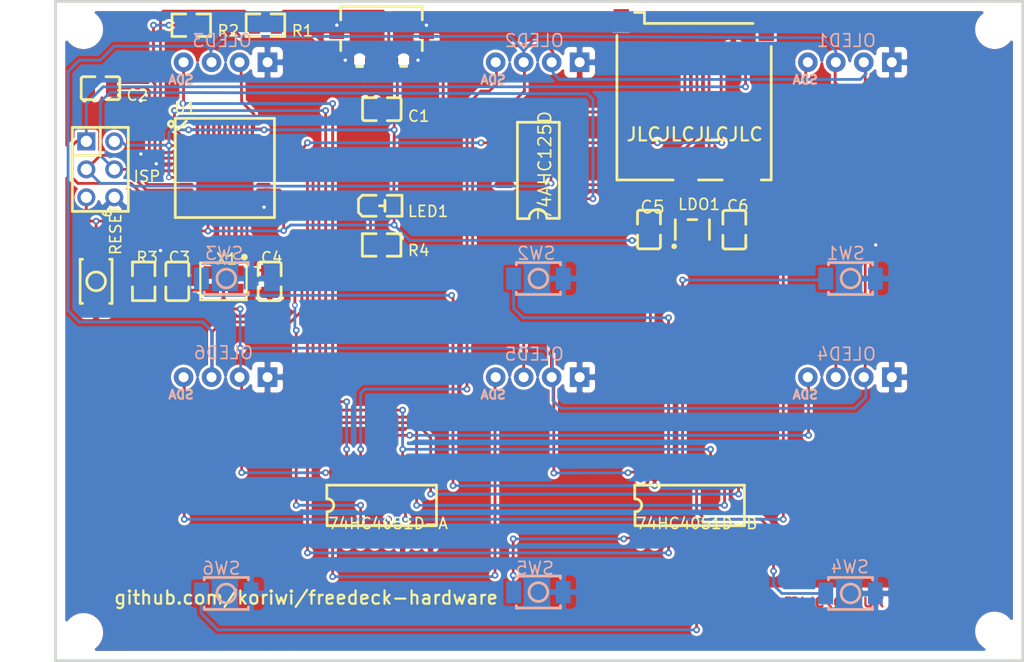
<source format=kicad_pcb>
(kicad_pcb (version 20171130) (host pcbnew "(5.1.6)-1")
  (layers (0 F.Cu signal) (31 B.Cu signal) (34 B.Paste user) (35 F.Paste user) (36 B.SilkS user) (37 F.SilkS user) (38 B.Mask user) (39 F.Mask user) (44 Edge.Cuts user))
  (net 0 "")
  (net 1 GND)
  (net 2 SW4)
  (net 3 +5V)
  (net 4 SDA3)
  (net 5 A)
  (net 6 CLK2)
  (net 7 MISO)
  (net 8 MOSI)
  (net 9 CS)
  (net 10 B)
  (net 11 C)
  (net 12 SCK)
  (net 13 SDA4)
  (net 14 SDA5)
  (net 15 SDA6)
  (net 16 SDA1)
  (net 17 X2)
  (net 18 X1)
  (net 19 SW1)
  (net 20 SW5)
  (net 21 SW6)
  (net 22 SW3)
  (net 23 SDA2)
  (net 24 U1_4)
  (net 25 CLK)
  (net 26 SW2)
  (net 27 RESET)
  (net 28 VCC)
  (net 29 R4_1)
  (net 30 U1_3)
  (net 31 D+)
  (net 32 D-)
  (net 33 U1_16)
  (net 34 U1_17)
  (net 35 MOSI2)
  (net 36 CS2)
  (net 37 U1_6)
  (module easyeda:SSD1306_ARDUINO (layer F.Cu) (at 84.836 26.797)
    (fp_text reference OLED1 (at 2.413 -12.065) (layer B.SilkS) (effects (font (size 1.143 1.143) (thickness 0.152)) (justify left mirror)))
    (fp_text value SDA (at -2.85 -8.512) (layer B.SilkS) (effects (font (size 0.8 0.8) (thickness 0.203)) (justify left mirror)))
    (pad 1 thru_hole rect (at 3.744 -10.099) (size 1.778 1.778) (drill 0.914) (layers *.Cu *.Paste *.Mask) (net 1 GND))
    (pad 2 thru_hole circle (at 1.204 -10.1) (size 1.778 1.778) (drill 0.914) (layers *.Cu *.Paste *.Mask) (net 3 +5V))
    (pad 3 thru_hole circle (at -1.336 -10.1) (size 1.778 1.778) (drill 0.914) (layers *.Cu *.Paste *.Mask) (net 12 SCK))
    (pad 4 thru_hole circle (at -3.876 -10.1) (size 1.778 1.778) (drill 0.914) (layers *.Cu *.Paste *.Mask) (net 16 SDA1))
  )
  (module easyeda:SSD1306_ARDUINO (layer F.Cu) (at 56.515 26.797)
    (fp_text reference OLED2 (at 2.413 -12.065) (layer B.SilkS) (effects (font (size 1.143 1.143) (thickness 0.152)) (justify left mirror)))
    (fp_text value SDA (at -2.85 -8.512) (layer B.SilkS) (effects (font (size 0.8 0.8) (thickness 0.203)) (justify left mirror)))
    (pad 1 thru_hole rect (at 3.744 -10.099) (size 1.778 1.778) (drill 0.914) (layers *.Cu *.Paste *.Mask) (net 1 GND))
    (pad 2 thru_hole circle (at 1.204 -10.1) (size 1.778 1.778) (drill 0.914) (layers *.Cu *.Paste *.Mask) (net 3 +5V))
    (pad 3 thru_hole circle (at -1.336 -10.1) (size 1.778 1.778) (drill 0.914) (layers *.Cu *.Paste *.Mask) (net 12 SCK))
    (pad 4 thru_hole circle (at -3.876 -10.1) (size 1.778 1.778) (drill 0.914) (layers *.Cu *.Paste *.Mask) (net 23 SDA2))
  )
  (module easyeda:SSD1306_ARDUINO (layer F.Cu) (at 28.194 26.797)
    (fp_text reference OLED3 (at 2.413 -12.065) (layer B.SilkS) (effects (font (size 1.143 1.143) (thickness 0.152)) (justify left mirror)))
    (fp_text value SDA (at -2.85 -8.512) (layer B.SilkS) (effects (font (size 0.8 0.8) (thickness 0.203)) (justify left mirror)))
    (pad 1 thru_hole rect (at 3.744 -10.099) (size 1.778 1.778) (drill 0.914) (layers *.Cu *.Paste *.Mask) (net 1 GND))
    (pad 2 thru_hole circle (at 1.204 -10.1) (size 1.778 1.778) (drill 0.914) (layers *.Cu *.Paste *.Mask) (net 3 +5V))
    (pad 3 thru_hole circle (at -1.336 -10.1) (size 1.778 1.778) (drill 0.914) (layers *.Cu *.Paste *.Mask) (net 12 SCK))
    (pad 4 thru_hole circle (at -3.876 -10.1) (size 1.778 1.778) (drill 0.914) (layers *.Cu *.Paste *.Mask) (net 4 SDA3))
  )
  (module easyeda:SSD1306_ARDUINO (layer F.Cu) (at 84.836 55.372)
    (fp_text reference OLED4 (at 2.413 -12.192) (layer B.SilkS) (effects (font (size 1.143 1.143) (thickness 0.152)) (justify left mirror)))
    (fp_text value SDA (at -2.85 -8.512) (layer B.SilkS) (effects (font (size 0.8 0.8) (thickness 0.203)) (justify left mirror)))
    (pad 1 thru_hole rect (at 3.744 -10.099) (size 1.778 1.778) (drill 0.914) (layers *.Cu *.Paste *.Mask) (net 1 GND))
    (pad 2 thru_hole circle (at 1.204 -10.1) (size 1.778 1.778) (drill 0.914) (layers *.Cu *.Paste *.Mask) (net 3 +5V))
    (pad 3 thru_hole circle (at -1.336 -10.1) (size 1.778 1.778) (drill 0.914) (layers *.Cu *.Paste *.Mask) (net 12 SCK))
    (pad 4 thru_hole circle (at -3.876 -10.1) (size 1.778 1.778) (drill 0.914) (layers *.Cu *.Paste *.Mask) (net 13 SDA4))
  )
  (module easyeda:SSD1306_ARDUINO (layer F.Cu) (at 56.515 55.372)
    (fp_text reference OLED5 (at 2.413 -12.192) (layer B.SilkS) (effects (font (size 1.143 1.143) (thickness 0.152)) (justify left mirror)))
    (fp_text value SDA (at -2.85 -8.512) (layer B.SilkS) (effects (font (size 0.8 0.8) (thickness 0.203)) (justify left mirror)))
    (pad 1 thru_hole rect (at 3.744 -10.099) (size 1.778 1.778) (drill 0.914) (layers *.Cu *.Paste *.Mask) (net 1 GND))
    (pad 2 thru_hole circle (at 1.204 -10.1) (size 1.778 1.778) (drill 0.914) (layers *.Cu *.Paste *.Mask) (net 3 +5V))
    (pad 3 thru_hole circle (at -1.336 -10.1) (size 1.778 1.778) (drill 0.914) (layers *.Cu *.Paste *.Mask) (net 12 SCK))
    (pad 4 thru_hole circle (at -3.876 -10.1) (size 1.778 1.778) (drill 0.914) (layers *.Cu *.Paste *.Mask) (net 14 SDA5))
  )
  (module easyeda:SSD1306_ARDUINO (layer F.Cu) (at 28.194 55.372)
    (fp_text reference OLED6 (at 2.54 -12.319) (layer B.SilkS) (effects (font (size 1.143 1.143) (thickness 0.152)) (justify left mirror)))
    (fp_text value SDA (at -2.85 -8.512) (layer B.SilkS) (effects (font (size 0.8 0.8) (thickness 0.203)) (justify left mirror)))
    (pad 1 thru_hole rect (at 3.744 -10.099) (size 1.778 1.778) (drill 0.914) (layers *.Cu *.Paste *.Mask) (net 1 GND))
    (pad 2 thru_hole circle (at 1.204 -10.1) (size 1.778 1.778) (drill 0.914) (layers *.Cu *.Paste *.Mask) (net 3 +5V))
    (pad 3 thru_hole circle (at -1.336 -10.1) (size 1.778 1.778) (drill 0.914) (layers *.Cu *.Paste *.Mask) (net 12 SCK))
    (pad 4 thru_hole circle (at -3.876 -10.1) (size 1.778 1.778) (drill 0.914) (layers *.Cu *.Paste *.Mask) (net 15 SDA6))
  )
  (module easyeda:C0805 (layer F.Cu) (at 42.308 20.955 180)
    (fp_text reference C1 (at -2.269 -0.635) (layer F.SilkS) (effects (font (thickness 0.152)) (justify left)))
    (fp_text value 100n hide)
    (pad 1 smd rect (at -1 0 180) (size 1 1.55) (layers F.Cu F.Paste F.Mask) (net 3 +5V))
    (pad 2 smd rect (at 1 0 180) (size 1 1.55) (layers F.Cu F.Paste F.Mask) (net 1 GND))
  )
  (module easyeda:C0805 (layer F.Cu) (at 16.781 19.05 180)
    (fp_text reference C2 (at -2.269 -0.635) (layer F.SilkS) (effects (font (thickness 0.152)) (justify left)))
    (fp_text value 1u hide)
    (pad 1 smd rect (at -1 0 180) (size 1 1.55) (layers F.Cu F.Paste F.Mask) (net 37 U1_6))
    (pad 2 smd rect (at 1 0 180) (size 1 1.55) (layers F.Cu F.Paste F.Mask) (net 1 GND))
  )
  (module easyeda:C0805 (layer F.Cu) (at 32.131 36.576 270)
    (fp_text reference C4 (at -2.144 0.888) (layer F.SilkS) (effects (font (thickness 0.152)) (justify left)))
    (fp_text value 22p hide)
    (pad 1 smd rect (at -1 0 270) (size 1 1.55) (layers F.Cu F.Paste F.Mask) (net 34 U1_17))
    (pad 2 smd rect (at 1 0 270) (size 1 1.55) (layers F.Cu F.Paste F.Mask) (net 1 GND))
  )
  (module easyeda:C0805 (layer F.Cu) (at 23.749 36.576 90)
    (fp_text reference C3 (at 2.174 -0.888) (layer F.SilkS) (effects (font (thickness 0.152)) (justify left)))
    (fp_text value 22p hide)
    (pad 1 smd rect (at -1 0 90) (size 1 1.55) (layers F.Cu F.Paste F.Mask) (net 33 U1_16))
    (pad 2 smd rect (at 1 0 90) (size 1 1.55) (layers F.Cu F.Paste F.Mask) (net 1 GND))
  )
  (module easyeda:VQFN-44_L7.0-W7.0-P0.50-BL-EP5.2 (layer F.Cu) (at 28.066 26.288 270)
    (fp_text reference U1 (at -5.46 4.698) (layer F.SilkS) (effects (font (thickness 0.152)) (justify left)))
    (fp_text value ATMEGA32U4-MU hide)
    (pad 1 smd oval (at -2.5 3.5) (size 1.3 0.3) (layers F.Cu F.Paste F.Mask) (net 5 A))
    (pad 2 smd oval (at -2 3.5) (size 1.3 0.3) (layers F.Cu F.Paste F.Mask) (net 3 +5V))
    (pad 3 smd oval (at -1.5 3.5) (size 1.3 0.3) (layers F.Cu F.Paste F.Mask) (net 30 U1_3))
    (pad 4 smd oval (at -1 3.5) (size 1.3 0.3) (layers F.Cu F.Paste F.Mask) (net 24 U1_4))
    (pad 5 smd oval (at -0.5 3.5) (size 1.3 0.3) (layers F.Cu F.Paste F.Mask) (net 1 GND))
    (pad 6 smd oval (at 0 3.5) (size 1.3 0.3) (layers F.Cu F.Paste F.Mask) (net 37 U1_6))
    (pad 7 smd oval (at 0.5 3.5) (size 1.3 0.3) (layers F.Cu F.Paste F.Mask) (net 3 +5V))
    (pad 8 smd oval (at 1 3.5) (size 1.3 0.3) (layers F.Cu F.Paste F.Mask))
    (pad 9 smd oval (at 1.5 3.5) (size 1.3 0.3) (layers F.Cu F.Paste F.Mask) (net 25 CLK))
    (pad 10 smd oval (at 2 3.5) (size 1.3 0.3) (layers F.Cu F.Paste F.Mask) (net 8 MOSI))
    (pad 11 smd oval (at 2.5 3.5) (size 1.3 0.3) (layers F.Cu F.Paste F.Mask) (net 7 MISO))
    (pad 12 smd oval (at 3.5 2.5) (size 0.3 1.3) (layers F.Cu F.Paste F.Mask))
    (pad 13 smd oval (at 3.5 2) (size 0.3 1.3) (layers F.Cu F.Paste F.Mask) (net 27 RESET))
    (pad 14 smd oval (at 3.5 1.5) (size 0.3 1.3) (layers F.Cu F.Paste F.Mask) (net 3 +5V))
    (pad 15 smd oval (at 3.5 1) (size 0.3 1.3) (layers F.Cu F.Paste F.Mask) (net 1 GND))
    (pad 16 smd oval (at 3.5 0.5) (size 0.3 1.3) (layers F.Cu F.Paste F.Mask) (net 33 U1_16))
    (pad 17 smd oval (at 3.5 0) (size 0.3 1.3) (layers F.Cu F.Paste F.Mask) (net 34 U1_17))
    (pad 18 smd oval (at 3.5 -0.5) (size 0.3 1.3) (layers F.Cu F.Paste F.Mask))
    (pad 19 smd oval (at 3.5 -1) (size 0.3 1.3) (layers F.Cu F.Paste F.Mask))
    (pad 20 smd oval (at 3.5 -1.5) (size 0.3 1.3) (layers F.Cu F.Paste F.Mask) (net 18 X1))
    (pad 21 smd oval (at 3.5 -2) (size 0.3 1.3) (layers F.Cu F.Paste F.Mask) (net 12 SCK))
    (pad 22 smd oval (at 3.5 -2.5) (size 0.3 1.3) (layers F.Cu F.Paste F.Mask))
    (pad 23 smd oval (at 2.5 -3.5) (size 1.3 0.3) (layers F.Cu F.Paste F.Mask) (net 1 GND))
    (pad 24 smd oval (at 2 -3.5) (size 1.3 0.3) (layers F.Cu F.Paste F.Mask) (net 3 +5V))
    (pad 25 smd oval (at 1.5 -3.5) (size 1.3 0.3) (layers F.Cu F.Paste F.Mask))
    (pad 26 smd oval (at 1 -3.5) (size 1.3 0.3) (layers F.Cu F.Paste F.Mask))
    (pad 27 smd oval (at 0.5 -3.5) (size 1.3 0.3) (layers F.Cu F.Paste F.Mask) (net 17 X2))
    (pad 28 smd oval (at 0 -3.5) (size 1.3 0.3) (layers F.Cu F.Paste F.Mask) (net 10 B))
    (pad 29 smd oval (at -0.5 -3.5) (size 1.3 0.3) (layers F.Cu F.Paste F.Mask) (net 11 C))
    (pad 30 smd oval (at -1 -3.5) (size 1.3 0.3) (layers F.Cu F.Paste F.Mask) (net 9 CS))
    (pad 31 smd oval (at -1.5 -3.5) (size 1.3 0.3) (layers F.Cu F.Paste F.Mask))
    (pad 32 smd oval (at -2 -3.5) (size 1.3 0.3) (layers F.Cu F.Paste F.Mask))
    (pad 33 smd oval (at -2.5 -3.5) (size 1.3 0.3) (layers F.Cu F.Paste F.Mask))
    (pad 34 smd oval (at -3.5 -2.5) (size 0.3 1.3) (layers F.Cu F.Paste F.Mask) (net 3 +5V))
    (pad 35 smd oval (at -3.5 -2) (size 0.3 1.3) (layers F.Cu F.Paste F.Mask) (net 1 GND))
    (pad 36 smd oval (at -3.5 -1.5) (size 0.3 1.3) (layers F.Cu F.Paste F.Mask))
    (pad 37 smd oval (at -3.5 -1) (size 0.3 1.3) (layers F.Cu F.Paste F.Mask))
    (pad 38 smd oval (at -3.5 -0.5) (size 0.3 1.3) (layers F.Cu F.Paste F.Mask))
    (pad 39 smd oval (at -3.5 0) (size 0.3 1.3) (layers F.Cu F.Paste F.Mask))
    (pad 40 smd oval (at -3.5 0.5) (size 0.3 1.3) (layers F.Cu F.Paste F.Mask))
    (pad 41 smd oval (at -3.5 1) (size 0.3 1.3) (layers F.Cu F.Paste F.Mask))
    (pad 42 smd oval (at -3.5 1.5) (size 0.3 1.3) (layers F.Cu F.Paste F.Mask))
    (pad 43 smd oval (at -3.5 2) (size 0.3 1.3) (layers F.Cu F.Paste F.Mask) (net 1 GND))
    (pad 44 smd oval (at -3.5 2.5) (size 0.3 1.3) (layers F.Cu F.Paste F.Mask) (net 3 +5V))
    (pad 45 smd rect (at 0 0) (size 5.2 5.2) (layers F.Cu F.Paste F.Mask))
  )
  (module easyeda:C0805 (layer F.Cu) (at 74.294 31.892 90)
    (fp_text reference C6 (at 2.174 -0.761) (layer F.SilkS) (effects (font (thickness 0.152)) (justify left)))
    (fp_text value 1u hide)
    (pad 1 smd rect (at -1 0 90) (size 1 1.55) (layers F.Cu F.Paste F.Mask) (net 1 GND))
    (pad 2 smd rect (at 1 0 90) (size 1 1.55) (layers F.Cu F.Paste F.Mask) (net 28 VCC))
  )
  (module easyeda:R0805 (layer F.Cu) (at 20.701 36.576 270)
    (fp_text reference R3 (at -2.159 0.762) (layer F.SilkS) (effects (font (thickness 0.152)) (justify left)))
    (fp_text value 10k hide)
    (pad 2 smd rect (at 1 0 270) (size 1 1.55) (layers F.Cu F.Paste F.Mask) (net 27 RESET))
    (pad 1 smd rect (at -1 0 270) (size 1 1.55) (layers F.Cu F.Paste F.Mask) (net 3 +5V))
  )
  (module easyeda:R0805 (layer F.Cu) (at 42.291 33.274)
    (fp_text reference R4 (at 2.286 0.508) (layer F.SilkS) (effects (font (thickness 0.152)) (justify left)))
    (fp_text value 470R hide)
    (pad 2 smd rect (at 1 0) (size 1 1.55) (layers F.Cu F.Paste F.Mask) (net 1 GND))
    (pad 1 smd rect (at -1 0) (size 1 1.55) (layers F.Cu F.Paste F.Mask) (net 29 R4_1))
  )
  (module easyeda:R0805 (layer F.Cu) (at 25.019 13.335 180)
    (fp_text reference R2 (at -2.286 -0.508) (layer F.SilkS) (effects (font (thickness 0.152)) (justify left)))
    (fp_text value 22R hide)
    (pad 2 smd rect (at 1 0 180) (size 1 1.55) (layers F.Cu F.Paste F.Mask) (net 24 U1_4))
    (pad 1 smd rect (at -1 0 180) (size 1 1.55) (layers F.Cu F.Paste F.Mask) (net 31 D+))
  )
  (module easyeda:R0805 (layer F.Cu) (at 31.75 13.335 180)
    (fp_text reference R1 (at -2.286 -0.508) (layer F.SilkS) (effects (font (thickness 0.152)) (justify left)))
    (fp_text value 22R hide)
    (pad 2 smd rect (at 1 0 180) (size 1 1.55) (layers F.Cu F.Paste F.Mask) (net 30 U1_3))
    (pad 1 smd rect (at -1 0 180) (size 1 1.55) (layers F.Cu F.Paste F.Mask) (net 32 D-))
  )
  (module easyeda:SOIC-14_L8.7-W3.9-P1.27-LS6.0-BL (layer F.Cu) (at 56.515 26.543 90)
    (fp_text reference 74AHC125D (at -4.572 0.584 90) (layer F.SilkS) (effects (font (size 1.143 1.143) (thickness 0.152)) (justify left)))
    (fp_text value 74AHC125D hide)
    (pad 8 smd oval (at 3.81 -3.1 270) (size 0.6 1.8) (layers F.Cu F.Paste F.Mask) (net 36 CS2))
    (pad 9 smd oval (at 2.54 -3.1 270) (size 0.6 1.8) (layers F.Cu F.Paste F.Mask) (net 9 CS))
    (pad 10 smd oval (at 1.27 -3.1 270) (size 0.6 1.8) (layers F.Cu F.Paste F.Mask) (net 1 GND))
    (pad 11 smd oval (at 0 -3.1 270) (size 0.6 1.8) (layers F.Cu F.Paste F.Mask))
    (pad 12 smd oval (at -1.27 -3.1 270) (size 0.6 1.8) (layers F.Cu F.Paste F.Mask))
    (pad 13 smd oval (at -2.54 -3.1 270) (size 0.6 1.8) (layers F.Cu F.Paste F.Mask))
    (pad 14 smd oval (at -3.81 -3.1 270) (size 0.6 1.8) (layers F.Cu F.Paste F.Mask) (net 28 VCC))
    (pad 7 smd oval (at 3.81 3.1 270) (size 0.6 1.8) (layers F.Cu F.Paste F.Mask) (net 1 GND))
    (pad 6 smd oval (at 2.54 3.1 270) (size 0.6 1.8) (layers F.Cu F.Paste F.Mask) (net 6 CLK2))
    (pad 5 smd oval (at 1.27 3.1 270) (size 0.6 1.8) (layers F.Cu F.Paste F.Mask) (net 25 CLK))
    (pad 4 smd oval (at 0 3.1 270) (size 0.6 1.8) (layers F.Cu F.Paste F.Mask) (net 1 GND))
    (pad 3 smd oval (at -1.27 3.1 270) (size 0.6 1.8) (layers F.Cu F.Paste F.Mask) (net 35 MOSI2))
    (pad 2 smd oval (at -2.54 3.1 270) (size 0.6 1.8) (layers F.Cu F.Paste F.Mask) (net 8 MOSI))
    (pad 1 smd oval (at -3.81 3.1 270) (size 0.6 1.8) (layers F.Cu F.Paste F.Mask) (net 1 GND))
  )
  (module easyeda:SOIC-16_L9.9-W3.9-P1.27-LS6.0-BL (layer F.Cu) (at 42.291 56.896)
    (fp_text reference 74HC4051D-A (at -4.953 1.651) (layer F.SilkS) (effects (font (thickness 0.152)) (justify left)))
    (fp_text value 74HC4051D,653 hide)
    (pad 9 smd oval (at 4.445 -2.972 180) (size 0.6 1.8) (layers F.Cu F.Paste F.Mask) (net 11 C))
    (pad 10 smd oval (at 3.175 -2.972 180) (size 0.6 1.8) (layers F.Cu F.Paste F.Mask) (net 10 B))
    (pad 11 smd oval (at 1.905 -2.972 180) (size 0.6 1.8) (layers F.Cu F.Paste F.Mask) (net 5 A))
    (pad 12 smd oval (at 0.635 -2.972 180) (size 0.6 1.8) (layers F.Cu F.Paste F.Mask) (net 13 SDA4))
    (pad 13 smd oval (at -0.635 -2.972 180) (size 0.6 1.8) (layers F.Cu F.Paste F.Mask) (net 16 SDA1))
    (pad 14 smd oval (at -1.905 -2.972 180) (size 0.6 1.8) (layers F.Cu F.Paste F.Mask) (net 23 SDA2))
    (pad 15 smd oval (at -3.175 -2.972 180) (size 0.6 1.8) (layers F.Cu F.Paste F.Mask) (net 4 SDA3))
    (pad 16 smd oval (at -4.445 -2.972 180) (size 0.6 1.8) (layers F.Cu F.Paste F.Mask) (net 3 +5V))
    (pad 8 smd oval (at 4.445 2.972 180) (size 0.6 1.8) (layers F.Cu F.Paste F.Mask) (net 1 GND))
    (pad 7 smd oval (at 3.175 2.972 180) (size 0.6 1.8) (layers F.Cu F.Paste F.Mask))
    (pad 6 smd oval (at 1.905 2.972 180) (size 0.6 1.8) (layers F.Cu F.Paste F.Mask) (net 1 GND))
    (pad 5 smd oval (at 0.635 2.972 180) (size 0.6 1.8) (layers F.Cu F.Paste F.Mask) (net 15 SDA6))
    (pad 4 smd oval (at -0.635 2.972 180) (size 0.6 1.8) (layers F.Cu F.Paste F.Mask))
    (pad 3 smd oval (at -1.905 2.972 180) (size 0.6 1.8) (layers F.Cu F.Paste F.Mask) (net 18 X1))
    (pad 2 smd oval (at -3.175 2.972 180) (size 0.6 1.8) (layers F.Cu F.Paste F.Mask))
    (pad 1 smd oval (at -4.445 2.972 180) (size 0.6 1.8) (layers F.Cu F.Paste F.Mask) (net 14 SDA5))
  )
  (module easyeda:SOIC-16_L9.9-W3.9-P1.27-LS6.0-BL (layer F.Cu) (at 70.231 56.896)
    (fp_text reference 74HC4051D-B (at -4.953 1.651) (layer F.SilkS) (effects (font (thickness 0.152)) (justify left)))
    (fp_text value 74HC4051D,653 hide)
    (pad 9 smd oval (at 4.445 -2.972 180) (size 0.6 1.8) (layers F.Cu F.Paste F.Mask) (net 11 C))
    (pad 10 smd oval (at 3.175 -2.972 180) (size 0.6 1.8) (layers F.Cu F.Paste F.Mask) (net 10 B))
    (pad 11 smd oval (at 1.905 -2.972 180) (size 0.6 1.8) (layers F.Cu F.Paste F.Mask) (net 5 A))
    (pad 12 smd oval (at 0.635 -2.972 180) (size 0.6 1.8) (layers F.Cu F.Paste F.Mask) (net 2 SW4))
    (pad 13 smd oval (at -0.635 -2.972 180) (size 0.6 1.8) (layers F.Cu F.Paste F.Mask) (net 19 SW1))
    (pad 14 smd oval (at -1.905 -2.972 180) (size 0.6 1.8) (layers F.Cu F.Paste F.Mask) (net 26 SW2))
    (pad 15 smd oval (at -3.175 -2.972 180) (size 0.6 1.8) (layers F.Cu F.Paste F.Mask) (net 22 SW3))
    (pad 16 smd oval (at -4.445 -2.972 180) (size 0.6 1.8) (layers F.Cu F.Paste F.Mask) (net 3 +5V))
    (pad 8 smd oval (at 4.445 2.972 180) (size 0.6 1.8) (layers F.Cu F.Paste F.Mask) (net 1 GND))
    (pad 7 smd oval (at 3.175 2.972 180) (size 0.6 1.8) (layers F.Cu F.Paste F.Mask))
    (pad 6 smd oval (at 1.905 2.972 180) (size 0.6 1.8) (layers F.Cu F.Paste F.Mask) (net 1 GND))
    (pad 5 smd oval (at 0.635 2.972 180) (size 0.6 1.8) (layers F.Cu F.Paste F.Mask) (net 21 SW6))
    (pad 4 smd oval (at -0.635 2.972 180) (size 0.6 1.8) (layers F.Cu F.Paste F.Mask))
    (pad 3 smd oval (at -1.905 2.972 180) (size 0.6 1.8) (layers F.Cu F.Paste F.Mask) (net 17 X2))
    (pad 2 smd oval (at -3.175 2.972 180) (size 0.6 1.8) (layers F.Cu F.Paste F.Mask))
    (pad 1 smd oval (at -4.445 2.972 180) (size 0.6 1.8) (layers F.Cu F.Paste F.Mask) (net 20 SW5))
  )
  (module easyeda:MICRO-USB_MICRO-USB-17 (layer F.Cu) (at 42.291 15.494 90)
    (fp_text reference USB1 hide)
    (fp_text value "micro 5P_C77238" hide)
    (pad 5 smd rect (at -1.661 -1.305 90) (size 1.8 0.4) (layers F.Cu F.Paste F.Mask) (net 1 GND))
    (pad 4 smd rect (at -1.661 -0.654 90) (size 1.8 0.4) (layers F.Cu F.Paste F.Mask))
    (pad 3 smd rect (at -1.661 -0.004 90) (size 1.8 0.4) (layers F.Cu F.Paste F.Mask) (net 31 D+))
    (pad 2 smd rect (at -1.661 0.646 90) (size 1.8 0.4) (layers F.Cu F.Paste F.Mask) (net 32 D-))
    (pad 1 smd rect (at -1.661 1.296 90) (size 1.8 0.4) (layers F.Cu F.Paste F.Mask) (net 3 +5V))
    (pad 0 smd rect (at 1.66 -4.075 270) (size 1.5 1.35) (layers F.Cu F.Paste F.Mask) (net 1 GND))
    (pad 0 smd rect (at 1.66 4.075 180) (size 1.35 1.5) (layers F.Cu F.Paste F.Mask) (net 1 GND))
    (pad 0 smd rect (at -1.081 -3.25) (size 1.5 1.4) (layers F.Cu F.Paste F.Mask) (net 1 GND))
    (pad 0 smd rect (at -1.081 3.25) (size 1.5 1.4) (layers F.Cu F.Paste F.Mask) (net 1 GND))
    (pad "" np_thru_hole circle (at -0.999 -2.004) (size 0.7 0.7) (drill 0.7) (layers *.Cu *.Mask))
    (pad "" np_thru_hole circle (at -0.999 1.994) (size 0.7 0.7) (drill 0.7) (layers *.Cu *.Mask))
  )
  (module easyeda:SOT-23-5_L3.0-W1.7-P0.95-LS2.8-BL (layer F.Cu) (at 70.485 31.877)
    (fp_text reference LDO1 (at -1.397 -2.286) (layer F.SilkS) (effects (font (thickness 0.152)) (justify left)))
    (fp_text value ME6211C33M5G-N hide)
    (pad 5 smd rect (at -0.95 -1.5) (size 0.55 1) (layers F.Cu F.Paste F.Mask) (net 28 VCC))
    (pad 4 smd rect (at 0.95 -1.5) (size 0.55 1) (layers F.Cu F.Paste F.Mask))
    (pad 3 smd rect (at 0.95 1.5) (size 0.55 1) (layers F.Cu F.Paste F.Mask) (net 3 +5V))
    (pad 2 smd rect (at 0 1.5) (size 0.55 1) (layers F.Cu F.Paste F.Mask) (net 1 GND))
    (pad 1 smd rect (at -0.95 1.5) (size 0.55 1) (layers F.Cu F.Paste F.Mask) (net 3 +5V))
  )
  (module easyeda:HEADER_PRG_2X03 (layer F.Cu) (at 16.764 26.416 270)
    (fp_text reference ISP (at 0.635 -2.921) (layer F.SilkS) (effects (font (thickness 0.152)) (justify left)))
    (fp_text value 6 (at 4.445 -0.635 270) (layer F.SilkS) (effects (font (size 0.762 0.762) (thickness 0.152)) (justify left)))
    (pad 1 thru_hole rect (at -2.54 1.27 270) (size 1.633 1.633) (drill 1.021) (layers *.Cu *.Paste *.Mask) (net 7 MISO))
    (pad 2 thru_hole circle (at -2.54 -1.27 270) (size 1.633 1.633) (drill 1.021) (layers *.Cu *.Paste *.Mask) (net 3 +5V))
    (pad 3 thru_hole circle (at 0 1.27 270) (size 1.633 1.633) (drill 1.021) (layers *.Cu *.Paste *.Mask) (net 25 CLK))
    (pad 4 thru_hole circle (at 0 -1.27 270) (size 1.633 1.633) (drill 1.021) (layers *.Cu *.Paste *.Mask) (net 8 MOSI))
    (pad 5 thru_hole circle (at 2.54 1.27 270) (size 1.633 1.633) (drill 1.021) (layers *.Cu *.Paste *.Mask) (net 27 RESET))
    (pad 6 thru_hole circle (at 2.54 -1.27 270) (size 1.633 1.633) (drill 1.021) (layers *.Cu *.Paste *.Mask) (net 1 GND))
  )
  (module easyeda:OSC-SMD_4P-L3.2-W2.5-BL (layer F.Cu) (at 27.94 36.576 180)
    (fp_text reference X1 (at 0.762 2.032) (layer F.SilkS) (effects (font (thickness 0.152)) (justify left)))
    (fp_text value 16MHz hide)
    (pad 3 smd rect (at 1.1 -0.8 180) (size 1.4 1.15) (layers F.Cu F.Paste F.Mask) (net 33 U1_16))
    (pad 1 smd custom (at -1.1 0.8 180) (size 1.4 1.15) (layers F.Cu F.Paste F.Mask) (net 34 U1_17) (options (clearance outline) (anchor circle)) (primitives (gr_poly (pts (xy -0.7 -0.575) (xy 0.338 -0.575) (xy 0.7 -0.196) (xy 0.7 0.575) (xy -0.7 0.575)) (width 0.1))))
    (pad 4 smd rect (at -1.1 -0.8 180) (size 1.4 1.15) (layers F.Cu F.Paste F.Mask))
    (pad 2 smd rect (at 1.1 0.8 180) (size 1.4 1.15) (layers F.Cu F.Paste F.Mask))
  )
  (module easyeda:C0805 (layer F.Cu) (at 66.548 31.877 270)
    (fp_text reference C5 (at -2.032 0.889) (layer F.SilkS) (effects (font (size 1.143 1.143) (thickness 0.152)) (justify left)))
    (fp_text value 1u hide)
    (pad 1 smd rect (at -1 0 270) (size 1 1.55) (layers F.Cu F.Paste F.Mask) (net 1 GND))
    (pad 2 smd rect (at 1 0 270) (size 1 1.55) (layers F.Cu F.Paste F.Mask) (net 3 +5V))
  )
  (module easyeda:SD-SMD_SD-47352-101 (layer F.Cu) (at 70.612 14.478)
    (fp_text reference CARD1 hide)
    (fp_text value 473521001 hide)
    (pad EH smd rect (at -0.724 12.499) (size 1.3 1.4) (layers F.Cu F.Paste F.Mask))
    (pad EH smd rect (at 4.976 12.499) (size 1.3 1.4) (layers F.Cu F.Paste F.Mask))
    (pad EH smd rect (at 6.575 -0.652) (size 1.4 1.9) (layers F.Cu F.Paste F.Mask))
    (pad EH smd rect (at -6.575 -1.65) (size 1.4 1.9) (layers F.Cu F.Paste F.Mask))
    (pad 1 smd rect (at -1.914 1.638) (size 0.8 1.501) (layers F.Cu F.Paste F.Mask))
    (pad 2 smd rect (at -0.814 2.039) (size 0.8 1.501) (layers F.Cu F.Paste F.Mask) (net 36 CS2))
    (pad 3 smd rect (at 0.286 1.638) (size 0.8 1.501) (layers F.Cu F.Paste F.Mask) (net 35 MOSI2))
    (pad 4 smd rect (at 1.386 1.439) (size 0.8 1.501) (layers F.Cu F.Paste F.Mask) (net 28 VCC))
    (pad 5 smd rect (at 2.485 1.638) (size 0.8 1.501) (layers F.Cu F.Paste F.Mask) (net 6 CLK2))
    (pad 6 smd rect (at 3.585 1.439) (size 0.8 1.501) (layers F.Cu F.Paste F.Mask) (net 1 GND))
    (pad 7 smd rect (at 4.685 1.638) (size 0.8 1.501) (layers F.Cu F.Paste F.Mask) (net 7 MISO))
    (pad 8 smd rect (at 5.785 1.639) (size 0.8 1.5) (layers F.Cu F.Paste F.Mask))
    (pad 9 smd rect (at 3.586 12.723) (size 1 0.95) (layers F.Cu F.Paste F.Mask))
  )
  (module easyeda:LED0805-RD (layer F.Cu) (at 42.291 29.718)
    (fp_text reference LED1 (at 2.286 0.508) (layer F.SilkS) (effects (font (thickness 0.152)) (justify left)))
    (fp_text value BLUE hide)
    (pad 2 smd rect (at 1.1 0 180) (size 1 1.4) (layers F.Cu F.Paste F.Mask) (net 3 +5V))
    (pad 1 smd rect (at -1.1 0 180) (size 1 1.4) (layers F.Cu F.Paste F.Mask) (net 29 R4_1))
  )
  (module easyeda:SW-SMD_L3.9-W3.0-P4.45 (layer F.Cu) (at 16.383 36.576 270)
    (fp_text reference RESET (at -2.286 -1.778 270) (layer F.SilkS) (effects (font (thickness 0.152)) (justify left)))
    (fp_text value TS-1088R-02026 hide)
    (pad 1 smd rect (at -2.25 0 270) (size 1.35 2) (layers F.Cu F.Paste F.Mask) (net 27 RESET))
    (pad 2 smd rect (at 2.25 0 270) (size 1.35 2) (layers F.Cu F.Paste F.Mask) (net 1 GND))
  )
  (module easyeda:SW-SMD_L3.9-W3.0-P4.45 (layer F.Cu) (at 84.836 36.322)
    (fp_text reference SW1 (at 1.397 -2.286) (layer B.SilkS) (effects (font (size 1.143 1.143) (thickness 0.152)) (justify left mirror)))
    (fp_text value TS-1088R-02026 hide)
    (pad 1 smd rect (at 2.25 0) (size 1.35 2) (layers B.Cu B.Paste B.Mask) (net 1 GND))
    (pad 2 smd rect (at -2.25 0) (size 1.35 2) (layers B.Cu B.Paste B.Mask) (net 19 SW1))
  )
  (module easyeda:SW-SMD_L3.9-W3.0-P4.45 (layer F.Cu) (at 56.515 36.322)
    (fp_text reference SW2 (at 1.651 -2.286) (layer B.SilkS) (effects (font (size 1.143 1.143) (thickness 0.152)) (justify left mirror)))
    (fp_text value TS-1088R-02026 hide)
    (pad 1 smd rect (at 2.25 0) (size 1.35 2) (layers B.Cu B.Paste B.Mask) (net 1 GND))
    (pad 2 smd rect (at -2.25 0) (size 1.35 2) (layers B.Cu B.Paste B.Mask) (net 26 SW2))
  )
  (module easyeda:SW-SMD_L3.9-W3.0-P4.45 (layer F.Cu) (at 28.194 36.322)
    (fp_text reference SW3 (at 1.651 -2.286) (layer B.SilkS) (effects (font (size 1.143 1.143) (thickness 0.152)) (justify left mirror)))
    (fp_text value TS-1088R-02026 hide)
    (pad 1 smd rect (at 2.25 0) (size 1.35 2) (layers B.Cu B.Paste B.Mask) (net 1 GND))
    (pad 2 smd rect (at -2.25 0) (size 1.35 2) (layers B.Cu B.Paste B.Mask) (net 22 SW3))
  )
  (module easyeda:SW-SMD_L3.9-W3.0-P4.45 (layer F.Cu) (at 84.836 64.897)
    (fp_text reference SW4 (at 1.778 -2.413) (layer B.SilkS) (effects (font (size 1.143 1.143) (thickness 0.152)) (justify left mirror)))
    (fp_text value TS-1088R-02026 hide)
    (pad 1 smd rect (at 2.25 0) (size 1.35 2) (layers B.Cu B.Paste B.Mask) (net 1 GND))
    (pad 2 smd rect (at -2.25 0) (size 1.35 2) (layers B.Cu B.Paste B.Mask) (net 2 SW4))
  )
  (module easyeda:SW-SMD_L3.9-W3.0-P4.45 (layer F.Cu) (at 56.515 64.77)
    (fp_text reference SW5 (at 1.524 -2.159) (layer B.SilkS) (effects (font (size 1.143 1.143) (thickness 0.152)) (justify left mirror)))
    (fp_text value TS-1088R-02026 hide)
    (pad 1 smd rect (at 2.25 0) (size 1.35 2) (layers B.Cu B.Paste B.Mask) (net 1 GND))
    (pad 2 smd rect (at -2.25 0) (size 1.35 2) (layers B.Cu B.Paste B.Mask) (net 20 SW5))
  )
  (module easyeda:SW-SMD_L3.9-W3.0-P4.45 (layer F.Cu) (at 28.194 64.897)
    (fp_text reference SW6 (at 1.397 -2.286) (layer B.SilkS) (effects (font (size 1.143 1.143) (thickness 0.152)) (justify left mirror)))
    (fp_text value TS-1088R-02026 hide)
    (pad 1 smd rect (at 2.25 0) (size 1.35 2) (layers B.Cu B.Paste B.Mask) (net 1 GND))
    (pad 2 smd rect (at -2.25 0) (size 1.35 2) (layers B.Cu B.Paste B.Mask) (net 21 SW6))
  )
  (module AutoGenerated:MountingHole_3.05mm (layer F.Cu) (at 15.24 68.453)
    (fp_text reference "" (at 0 0) (layer F.SilkS) (effects (font (size 1.27 1.27))))
    (fp_text value "" (at 0 0) (layer F.SilkS) (effects (font (size 1.27 1.27))))
    (pad "" np_thru_hole circle (at 0 0) (size 3.048 3.048) (drill 3.048) (layers *.Cu *.Mask))
  )
  (module AutoGenerated:MountingHole_3.05mm (layer F.Cu) (at 97.917 68.326)
    (fp_text reference "" (at 0 0) (layer F.SilkS) (effects (font (size 1.27 1.27))))
    (fp_text value "" (at 0 0) (layer F.SilkS) (effects (font (size 1.27 1.27))))
    (pad "" np_thru_hole circle (at 0 0) (size 3.048 3.048) (drill 3.048) (layers *.Cu *.Mask))
  )
  (module AutoGenerated:MountingHole_3.05mm (layer F.Cu) (at 97.917 13.716)
    (fp_text reference "" (at 0 0) (layer F.SilkS) (effects (font (size 1.27 1.27))))
    (fp_text value "" (at 0 0) (layer F.SilkS) (effects (font (size 1.27 1.27))))
    (pad "" np_thru_hole circle (at 0 0) (size 3.048 3.048) (drill 3.048) (layers *.Cu *.Mask))
  )
  (module AutoGenerated:MountingHole_3.05mm (layer F.Cu) (at 15.24 13.716)
    (fp_text reference "" (at 0 0) (layer F.SilkS) (effects (font (size 1.27 1.27))))
    (fp_text value "" (at 0 0) (layer F.SilkS) (effects (font (size 1.27 1.27))))
    (pad "" np_thru_hole circle (at 0 0) (size 3.048 3.048) (drill 3.048) (layers *.Cu *.Mask))
  )
  (gr_line (start 12.7 11.176) (end 100.457 11.176) (layer Edge.Cuts) (width 0.254))
  (gr_line (start 100.457 11.176) (end 100.457 70.993) (layer Edge.Cuts) (width 0.254))
  (gr_line (start 100.457 70.993) (end 12.7 70.993) (layer Edge.Cuts) (width 0.254))
  (gr_line (start 12.7 70.993) (end 12.7 11.176) (layer Edge.Cuts) (width 0.254))
  (gr_text "adamwelch.uk 2020-02" (at 75.311 65.532) (layer F.Cu) (effects (font (size 1.2 1.2) (thickness 0.203)) (justify left)))
  (gr_text github.com/koriwi/freedeck-hardware (at 17.907 65.278) (layer F.SilkS) (effects (font (size 1.2 1.2) (thickness 0.203)) (justify left)))
  (gr_text JLCJLCJLCJLC (at 64.389 23.241) (layer F.SilkS) (effects (font (size 1.2 1.2) (thickness 0.203)) (justify left)))
  (segment (start 21.844 25.908) (end 23.382 25.908) (width 0.128) (layer F.Cu) (net 1))
  (segment (start 23.382 25.908) (end 23.502 25.788) (width 0.128) (layer F.Cu) (net 1))
  (segment (start 23.502 25.788) (end 24.566 25.788) (width 0.128) (layer F.Cu) (net 1))
  (via (at 45.593 16.51) (size 0.51) (drill 0.305) (layers F.Cu B.Cu) (net 1))
  (via (at 38.989 16.51) (size 0.51) (drill 0.305) (layers F.Cu B.Cu) (net 1))
  (via (at 46.355 13.335) (size 0.51) (drill 0.305) (layers F.Cu B.Cu) (net 1))
  (via (at 20.447 25.019) (size 0.52) (drill 0.305) (layers F.Cu B.Cu) (net 1))
  (via (at 21.844 25.908) (size 0.52) (drill 0.305) (layers F.Cu B.Cu) (net 1))
  (via (at 20.447 20.193) (size 0.61) (drill 0.305) (layers F.Cu B.Cu) (net 1))
  (via (at 38.227 13.335) (size 0.51) (drill 0.305) (layers F.Cu B.Cu) (net 1))
  (via (at 31.623 29.845) (size 0.61) (drill 0.305) (layers F.Cu B.Cu) (net 1))
  (via (at 87.122 33.274) (size 0.61) (drill 0.305) (layers F.Cu B.Cu) (net 1))
  (via (at 22.225 33.782) (size 0.61) (drill 0.305) (layers F.Cu B.Cu) (net 1))
  (segment (start 77.851 62.865) (end 77.851 64.135) (width 0.254) (layer B.Cu) (net 2))
  (segment (start 77.851 64.135) (end 78.613 64.897) (width 0.254) (layer B.Cu) (net 2))
  (segment (start 78.613 64.897) (end 82.586 64.897) (width 0.254) (layer B.Cu) (net 2))
  (segment (start 70.866 53.924) (end 70.866 57.404) (width 0.254) (layer F.Cu) (net 2))
  (segment (start 70.866 57.404) (end 71.628 58.166) (width 0.254) (layer F.Cu) (net 2))
  (segment (start 71.628 58.166) (end 76.708 58.166) (width 0.254) (layer F.Cu) (net 2))
  (segment (start 76.708 58.166) (end 77.851 59.309) (width 0.254) (layer F.Cu) (net 2))
  (segment (start 77.851 59.309) (end 77.851 62.865) (width 0.254) (layer F.Cu) (net 2))
  (via (at 77.851 62.865) (size 0.61) (drill 0.305) (layers F.Cu B.Cu) (net 2))
  (segment (start 31.623 22.828) (end 24.772 22.828) (width 0.254) (layer B.Cu) (net 3))
  (segment (start 24.772 22.828) (end 23.241 22.828) (width 0.254) (layer B.Cu) (net 3))
  (segment (start 23.241 22.828) (end 22.987 23.082) (width 0.254) (layer B.Cu) (net 3))
  (segment (start 22.987 23.082) (end 22.987 24.257) (width 0.254) (layer B.Cu) (net 3))
  (segment (start 22.987 27.146) (end 22.987 24.257) (width 0.254) (layer B.Cu) (net 3))
  (segment (start 18.161 23.844) (end 18.669 23.844) (width 0.254) (layer B.Cu) (net 3))
  (segment (start 18.669 23.844) (end 19.05 24.225) (width 0.254) (layer B.Cu) (net 3))
  (segment (start 19.05 24.225) (end 22.955 24.225) (width 0.254) (layer B.Cu) (net 3))
  (segment (start 22.955 24.225) (end 22.987 24.257) (width 0.254) (layer B.Cu) (net 3))
  (segment (start 57.846 16.665) (end 57.846 17.682) (width 0.254) (layer B.Cu) (net 3))
  (segment (start 57.846 17.682) (end 58.42 18.256) (width 0.254) (layer B.Cu) (net 3))
  (segment (start 58.42 18.256) (end 85.725 18.256) (width 0.254) (layer B.Cu) (net 3))
  (segment (start 85.725 18.256) (end 86.233 17.748) (width 0.254) (layer B.Cu) (net 3))
  (segment (start 86.233 17.748) (end 86.233 16.731) (width 0.254) (layer B.Cu) (net 3))
  (segment (start 86.233 16.731) (end 86.167 16.665) (width 0.254) (layer B.Cu) (net 3))
  (segment (start 26.543 32.004) (end 33.369 32.004) (width 0.254) (layer B.Cu) (net 3))
  (segment (start 33.369 32.004) (end 33.401 31.972) (width 0.254) (layer B.Cu) (net 3))
  (segment (start 29.591 53.933) (end 29.601 53.943) (width 0.254) (layer B.Cu) (net 3))
  (segment (start 29.601 53.943) (end 37.211 53.943) (width 0.254) (layer B.Cu) (net 3))
  (segment (start 57.912 53.975) (end 64.643 53.943) (width 0.254) (layer B.Cu) (net 3))
  (segment (start 57.846 45.24) (end 57.846 47.4) (width 0.254) (layer B.Cu) (net 3))
  (segment (start 57.846 47.4) (end 58.547 48.101) (width 0.254) (layer B.Cu) (net 3))
  (segment (start 58.547 48.101) (end 85.217 48.101) (width 0.254) (layer B.Cu) (net 3))
  (segment (start 85.217 48.101) (end 86.233 47.085) (width 0.254) (layer B.Cu) (net 3))
  (segment (start 86.233 47.085) (end 86.233 45.306) (width 0.254) (layer B.Cu) (net 3))
  (segment (start 86.233 45.306) (end 86.167 45.24) (width 0.254) (layer B.Cu) (net 3))
  (segment (start 43.434 31.464) (end 44.831 32.861) (width 0.254) (layer B.Cu) (net 3))
  (segment (start 44.831 32.861) (end 65.024 32.861) (width 0.254) (layer B.Cu) (net 3))
  (segment (start 33.401 31.972) (end 34.036 31.464) (width 0.254) (layer B.Cu) (net 3))
  (segment (start 34.036 31.464) (end 43.434 31.464) (width 0.254) (layer B.Cu) (net 3))
  (segment (start 43.434 22.828) (end 31.623 22.828) (width 0.254) (layer B.Cu) (net 3))
  (segment (start 29.464 39.084) (end 29.464 42.64) (width 0.254) (layer B.Cu) (net 3))
  (segment (start 29.525 45.241) (end 29.464 42.64) (width 0.254) (layer B.Cu) (net 3))
  (segment (start 29.464 42.64) (end 30.226 42.64) (width 0.254) (layer B.Cu) (net 3))
  (segment (start 30.226 42.64) (end 57.023 42.64) (width 0.254) (layer B.Cu) (net 3))
  (segment (start 57.023 42.64) (end 57.785 43.402) (width 0.254) (layer B.Cu) (net 3))
  (segment (start 57.785 43.402) (end 57.785 45.18) (width 0.254) (layer B.Cu) (net 3))
  (segment (start 57.785 45.18) (end 57.846 45.241) (width 0.254) (layer B.Cu) (net 3))
  (segment (start 24.772 22.828) (end 24.772 22.828) (width 0.254) (layer F.Cu) (net 3))
  (segment (start 24.772 22.828) (end 25.566 22.788) (width 0.254) (layer F.Cu) (net 3))
  (segment (start 24.694 26.765) (end 23.876 26.765) (width 0.254) (layer F.Cu) (net 3))
  (segment (start 23.876 26.765) (end 23.495 27.146) (width 0.254) (layer F.Cu) (net 3))
  (segment (start 23.495 27.146) (end 22.987 27.146) (width 0.254) (layer F.Cu) (net 3))
  (segment (start 24.694 24.257) (end 22.987 24.257) (width 0.254) (layer F.Cu) (net 3))
  (segment (start 26.566 29.788) (end 26.543 29.908) (width 0.254) (layer F.Cu) (net 3))
  (segment (start 26.543 29.908) (end 26.543 32.004) (width 0.254) (layer F.Cu) (net 3))
  (segment (start 69.662 33.345) (end 69.723 33.284) (width 0.254) (layer F.Cu) (net 3))
  (segment (start 69.723 33.284) (end 69.723 32.607) (width 0.254) (layer F.Cu) (net 3))
  (segment (start 69.723 32.607) (end 70.104 32.226) (width 0.254) (layer F.Cu) (net 3))
  (segment (start 70.104 32.226) (end 71.12 32.226) (width 0.254) (layer F.Cu) (net 3))
  (segment (start 71.12 32.226) (end 71.562 32.668) (width 0.254) (layer F.Cu) (net 3))
  (segment (start 71.562 32.668) (end 71.562 33.345) (width 0.254) (layer F.Cu) (net 3))
  (segment (start 43.434 20.923) (end 43.434 22.828) (width 0.254) (layer F.Cu) (net 3))
  (segment (start 37.211 53.943) (end 37.262 53.892) (width 0.254) (layer F.Cu) (net 3))
  (segment (start 37.262 53.892) (end 37.973 53.892) (width 0.254) (layer F.Cu) (net 3))
  (segment (start 26.543 32.004) (end 21.304 32.004) (width 0.254) (layer F.Cu) (net 3))
  (segment (start 21.304 32.004) (end 20.828 32.48) (width 0.254) (layer F.Cu) (net 3))
  (segment (start 20.828 32.48) (end 20.828 35.544) (width 0.254) (layer F.Cu) (net 3))
  (segment (start 57.846 45.24) (end 57.912 45.306) (width 0.254) (layer F.Cu) (net 3))
  (segment (start 57.912 45.306) (end 57.912 53.975) (width 0.254) (layer F.Cu) (net 3))
  (segment (start 64.643 53.943) (end 64.694 53.892) (width 0.254) (layer F.Cu) (net 3))
  (segment (start 64.694 53.892) (end 65.913 53.892) (width 0.254) (layer F.Cu) (net 3))
  (segment (start 86.167 16.665) (end 86.167 45.24) (width 0.254) (layer F.Cu) (net 3))
  (segment (start 65.024 32.861) (end 66.675 32.845) (width 0.254) (layer F.Cu) (net 3))
  (segment (start 33.401 31.972) (end 33.401 28.67) (width 0.254) (layer F.Cu) (net 3))
  (segment (start 33.401 28.67) (end 33.02 28.289) (width 0.254) (layer F.Cu) (net 3))
  (segment (start 33.02 28.289) (end 31.694 28.256) (width 0.254) (layer F.Cu) (net 3))
  (segment (start 31.623 22.828) (end 31.552 22.757) (width 0.254) (layer F.Cu) (net 3))
  (segment (start 31.552 22.757) (end 30.694 22.757) (width 0.254) (layer F.Cu) (net 3))
  (segment (start 30.693 22.757) (end 30.693 21.39) (width 0.254) (layer F.Cu) (net 3))
  (segment (start 30.693 21.39) (end 29.591 20.288) (width 0.254) (layer F.Cu) (net 3))
  (segment (start 29.591 20.288) (end 29.525 16.666) (width 0.254) (layer F.Cu) (net 3))
  (segment (start 43.434 20.923) (end 43.714 20.643) (width 0.254) (layer F.Cu) (net 3))
  (segment (start 43.714 20.643) (end 43.714 17.123) (width 0.254) (layer F.Cu) (net 3))
  (segment (start 43.434 20.923) (end 47.371 20.923) (width 0.254) (layer F.Cu) (net 3))
  (segment (start 47.371 20.923) (end 47.879 20.288) (width 0.254) (layer F.Cu) (net 3))
  (segment (start 47.879 20.288) (end 47.879 15.97) (width 0.254) (layer F.Cu) (net 3))
  (segment (start 47.879 15.97) (end 48.641 15.208) (width 0.254) (layer F.Cu) (net 3))
  (segment (start 48.641 15.208) (end 57.277 15.208) (width 0.254) (layer F.Cu) (net 3))
  (segment (start 57.277 15.208) (end 57.846 15.767) (width 0.254) (layer F.Cu) (net 3))
  (segment (start 57.846 15.767) (end 57.846 16.656) (width 0.254) (layer F.Cu) (net 3))
  (segment (start 20.828 35.544) (end 21.733 35.544) (width 0.254) (layer F.Cu) (net 3))
  (segment (start 21.733 35.544) (end 22.352 36.163) (width 0.254) (layer F.Cu) (net 3))
  (segment (start 22.352 36.163) (end 22.352 38.576) (width 0.254) (layer F.Cu) (net 3))
  (segment (start 22.352 38.576) (end 22.86 39.084) (width 0.254) (layer F.Cu) (net 3))
  (segment (start 22.86 39.084) (end 29.464 39.084) (width 0.254) (layer F.Cu) (net 3))
  (segment (start 29.525 45.24) (end 29.591 45.306) (width 0.254) (layer F.Cu) (net 3))
  (segment (start 29.591 45.306) (end 29.591 53.933) (width 0.254) (layer F.Cu) (net 3))
  (segment (start 66.675 32.845) (end 67.199 33.345) (width 0.254) (layer F.Cu) (net 3))
  (segment (start 67.199 33.345) (end 69.662 33.345) (width 0.254) (layer F.Cu) (net 3))
  (segment (start 43.434 22.828) (end 43.391 29.718) (width 0.254) (layer F.Cu) (net 3))
  (segment (start 43.391 29.718) (end 43.434 31.464) (width 0.254) (layer F.Cu) (net 3))
  (segment (start 57.719 45.273) (end 57.658 42.164) (width 0.254) (layer F.Cu) (net 3))
  (segment (start 57.658 42.164) (end 58.674 41.115) (width 0.254) (layer F.Cu) (net 3))
  (segment (start 58.674 41.115) (end 65.913 41.115) (width 0.254) (layer F.Cu) (net 3))
  (segment (start 65.913 41.115) (end 66.675 40.353) (width 0.254) (layer F.Cu) (net 3))
  (segment (start 66.675 40.353) (end 66.675 33.655) (width 0.254) (layer F.Cu) (net 3))
  (segment (start 66.675 33.655) (end 66.548 32.877) (width 0.254) (layer F.Cu) (net 3))
  (via (at 24.772 22.828) (size 0.61) (drill 0.305) (layers F.Cu B.Cu) (net 3))
  (via (at 65.024 32.861) (size 0.61) (drill 0.305) (layers F.Cu B.Cu) (net 3))
  (via (at 33.401 31.972) (size 0.61) (drill 0.305) (layers F.Cu B.Cu) (net 3))
  (via (at 22.987 24.257) (size 0.61) (drill 0.305) (layers F.Cu B.Cu) (net 3))
  (via (at 22.987 27.146) (size 0.51) (drill 0.305) (layers F.Cu B.Cu) (net 3))
  (via (at 43.434 31.464) (size 0.61) (drill 0.305) (layers F.Cu B.Cu) (net 3))
  (via (at 26.543 32.004) (size 0.61) (drill 0.305) (layers F.Cu B.Cu) (net 3))
  (via (at 31.623 22.828) (size 0.61) (drill 0.305) (layers F.Cu B.Cu) (net 3))
  (via (at 43.434 22.828) (size 0.61) (drill 0.305) (layers F.Cu B.Cu) (net 3))
  (via (at 57.912 53.975) (size 0.61) (drill 0.305) (layers F.Cu B.Cu) (net 3))
  (via (at 64.643 53.943) (size 0.61) (drill 0.305) (layers F.Cu B.Cu) (net 3))
  (via (at 29.591 53.933) (size 0.61) (drill 0.305) (layers F.Cu B.Cu) (net 3))
  (via (at 37.211 53.943) (size 0.61) (drill 0.305) (layers F.Cu B.Cu) (net 3))
  (via (at 29.464 39.084) (size 0.61) (drill 0.305) (layers F.Cu B.Cu) (net 3))
  (via (at 29.464 42.64) (size 0.61) (drill 0.305) (layers F.Cu B.Cu) (net 3))
  (segment (start 37.846 20.447) (end 24.257 20.447) (width 0.254) (layer B.Cu) (net 4))
  (segment (start 39.116 51.816) (end 39.116 47.498) (width 0.254) (layer B.Cu) (net 4))
  (segment (start 24.318 16.697) (end 24.318 20.386) (width 0.254) (layer F.Cu) (net 4))
  (segment (start 24.318 20.386) (end 24.257 20.447) (width 0.254) (layer F.Cu) (net 4))
  (segment (start 39.116 47.498) (end 38.1 47.498) (width 0.254) (layer F.Cu) (net 4))
  (segment (start 38.1 47.498) (end 37.846 47.244) (width 0.254) (layer F.Cu) (net 4))
  (segment (start 37.846 47.244) (end 37.846 20.447) (width 0.254) (layer F.Cu) (net 4))
  (segment (start 39.116 51.816) (end 39.116 53.924) (width 0.254) (layer F.Cu) (net 4))
  (via (at 39.116 51.816) (size 0.61) (drill 0.305) (layers F.Cu B.Cu) (net 4))
  (via (at 39.116 47.498) (size 0.61) (drill 0.305) (layers F.Cu B.Cu) (net 4))
  (via (at 37.846 20.447) (size 0.61) (drill 0.305) (layers F.Cu B.Cu) (net 4))
  (via (at 24.257 20.447) (size 0.61) (drill 0.305) (layers F.Cu B.Cu) (net 4))
  (segment (start 44.196 48.26) (end 44.196 51.816) (width 0.254) (layer B.Cu) (net 5))
  (segment (start 23.495 21.082) (end 37.211 21.082) (width 0.254) (layer B.Cu) (net 5))
  (segment (start 44.196 51.816) (end 72.136 51.816) (width 0.254) (layer B.Cu) (net 5))
  (segment (start 44.196 51.816) (end 44.196 53.924) (width 0.254) (layer F.Cu) (net 5))
  (segment (start 37.211 21.082) (end 37.211 48.006) (width 0.254) (layer F.Cu) (net 5))
  (segment (start 37.211 48.006) (end 37.465 48.26) (width 0.254) (layer F.Cu) (net 5))
  (segment (start 37.465 48.26) (end 44.196 48.26) (width 0.254) (layer F.Cu) (net 5))
  (segment (start 24.567 23.789) (end 23.495 22.717) (width 0.254) (layer F.Cu) (net 5))
  (segment (start 23.495 22.717) (end 23.495 21.082) (width 0.254) (layer F.Cu) (net 5))
  (segment (start 72.136 51.816) (end 72.136 53.924) (width 0.254) (layer F.Cu) (net 5))
  (via (at 44.196 51.816) (size 0.61) (drill 0.305) (layers F.Cu B.Cu) (net 5))
  (via (at 44.196 48.26) (size 0.61) (drill 0.305) (layers F.Cu B.Cu) (net 5))
  (via (at 37.211 21.082) (size 0.61) (drill 0.305) (layers F.Cu B.Cu) (net 5))
  (via (at 23.495 21.082) (size 0.61) (drill 0.305) (layers F.Cu B.Cu) (net 5))
  (via (at 72.136 51.816) (size 0.61) (drill 0.305) (layers F.Cu B.Cu) (net 5))
  (segment (start 67.31 24.003) (end 73.152 24.003) (width 0.254) (layer B.Cu) (net 6))
  (segment (start 59.615 24.003) (end 67.31 24.003) (width 0.254) (layer F.Cu) (net 6))
  (segment (start 73.152 24.003) (end 73.097 23.948) (width 0.254) (layer F.Cu) (net 6))
  (segment (start 73.097 23.948) (end 73.097 16.116) (width 0.254) (layer F.Cu) (net 6))
  (via (at 67.31 24.003) (size 0.61) (drill 0.305) (layers F.Cu B.Cu) (net 6))
  (via (at 73.152 24.003) (size 0.61) (drill 0.305) (layers F.Cu B.Cu) (net 6))
  (segment (start 15.494 23.876) (end 15.494 20.447) (width 0.254) (layer B.Cu) (net 7))
  (segment (start 15.494 20.447) (end 17.018 18.923) (width 0.254) (layer B.Cu) (net 7))
  (segment (start 17.018 18.923) (end 75.311 18.923) (width 0.254) (layer B.Cu) (net 7))
  (segment (start 24.567 28.788) (end 20.66 28.788) (width 0.254) (layer F.Cu) (net 7))
  (segment (start 20.66 28.788) (end 19.558 27.686) (width 0.254) (layer F.Cu) (net 7))
  (segment (start 19.558 27.686) (end 14.732 27.686) (width 0.254) (layer F.Cu) (net 7))
  (segment (start 14.732 27.686) (end 14.224 27.178) (width 0.254) (layer F.Cu) (net 7))
  (segment (start 14.224 27.178) (end 14.224 24.257) (width 0.254) (layer F.Cu) (net 7))
  (segment (start 14.224 24.257) (end 14.605 23.876) (width 0.254) (layer F.Cu) (net 7))
  (segment (start 14.605 23.876) (end 15.494 23.876) (width 0.254) (layer F.Cu) (net 7))
  (segment (start 75.296 16.116) (end 75.311 16.132) (width 0.254) (layer F.Cu) (net 7))
  (segment (start 75.311 16.132) (end 75.311 18.923) (width 0.254) (layer F.Cu) (net 7))
  (via (at 75.311 18.923) (size 0.61) (drill 0.305) (layers F.Cu B.Cu) (net 7))
  (segment (start 18.034 26.416) (end 16.764 25.146) (width 0.254) (layer B.Cu) (net 8))
  (segment (start 16.764 25.146) (end 16.764 20.32) (width 0.254) (layer B.Cu) (net 8))
  (segment (start 16.764 20.32) (end 17.653 19.431) (width 0.254) (layer B.Cu) (net 8))
  (segment (start 17.653 19.431) (end 60.96 19.558) (width 0.254) (layer B.Cu) (net 8))
  (segment (start 60.96 19.558) (end 61.468 20.066) (width 0.254) (layer B.Cu) (net 8))
  (segment (start 61.468 20.066) (end 61.468 29.083) (width 0.254) (layer B.Cu) (net 8))
  (segment (start 24.567 28.289) (end 20.923 28.289) (width 0.254) (layer F.Cu) (net 8))
  (segment (start 20.923 28.289) (end 20.193 27.559) (width 0.254) (layer F.Cu) (net 8))
  (segment (start 20.193 27.559) (end 20.193 26.924) (width 0.254) (layer F.Cu) (net 8))
  (segment (start 20.193 26.924) (end 19.685 26.416) (width 0.254) (layer F.Cu) (net 8))
  (segment (start 19.685 26.416) (end 18.034 26.416) (width 0.254) (layer F.Cu) (net 8))
  (segment (start 61.468 29.083) (end 59.615 29.083) (width 0.254) (layer F.Cu) (net 8))
  (via (at 61.468 29.083) (size 0.61) (drill 0.305) (layers F.Cu B.Cu) (net 8))
  (segment (start 35.56 24.003) (end 51.308 24.003) (width 0.254) (layer B.Cu) (net 9))
  (segment (start 31.567 25.288) (end 34.544 25.273) (width 0.254) (layer F.Cu) (net 9))
  (segment (start 34.544 25.273) (end 35.56 24.003) (width 0.254) (layer F.Cu) (net 9))
  (segment (start 35.56 24.003) (end 35.56 24.003) (width 0.254) (layer F.Cu) (net 9))
  (segment (start 51.308 24.003) (end 53.415 24.003) (width 0.254) (layer F.Cu) (net 9))
  (via (at 35.56 24.003) (size 0.61) (drill 0.305) (layers F.Cu B.Cu) (net 9))
  (via (at 51.308 24.003) (size 0.61) (drill 0.305) (layers F.Cu B.Cu) (net 9))
  (segment (start 45.466 56.896) (end 73.406 56.896) (width 0.254) (layer B.Cu) (net 10))
  (segment (start 31.567 26.289) (end 35.179 26.289) (width 0.254) (layer F.Cu) (net 10))
  (segment (start 35.179 26.289) (end 36.068 27.305) (width 0.254) (layer F.Cu) (net 10))
  (segment (start 36.068 27.305) (end 36.068 48.387) (width 0.254) (layer F.Cu) (net 10))
  (segment (start 36.068 48.387) (end 37.084 49.403) (width 0.254) (layer F.Cu) (net 10))
  (segment (start 37.084 49.403) (end 44.704 49.403) (width 0.254) (layer F.Cu) (net 10))
  (segment (start 44.704 49.403) (end 45.466 50.165) (width 0.254) (layer F.Cu) (net 10))
  (segment (start 45.466 50.165) (end 45.466 53.924) (width 0.254) (layer F.Cu) (net 10))
  (segment (start 45.466 53.924) (end 45.466 56.896) (width 0.254) (layer F.Cu) (net 10))
  (segment (start 73.406 56.896) (end 73.406 53.924) (width 0.254) (layer F.Cu) (net 10))
  (via (at 45.466 56.896) (size 0.61) (drill 0.305) (layers F.Cu B.Cu) (net 10))
  (via (at 73.406 56.896) (size 0.61) (drill 0.305) (layers F.Cu B.Cu) (net 10))
  (segment (start 46.736 55.88) (end 74.676 55.88) (width 0.254) (layer B.Cu) (net 11))
  (segment (start 31.567 25.789) (end 35.814 25.781) (width 0.254) (layer F.Cu) (net 11))
  (segment (start 35.814 25.781) (end 36.576 26.67) (width 0.254) (layer F.Cu) (net 11))
  (segment (start 36.576 26.67) (end 36.703 48.133) (width 0.254) (layer F.Cu) (net 11))
  (segment (start 36.703 48.133) (end 37.465 48.895) (width 0.254) (layer F.Cu) (net 11))
  (segment (start 37.465 48.895) (end 44.958 48.895) (width 0.254) (layer F.Cu) (net 11))
  (segment (start 44.958 48.895) (end 46.736 50.8) (width 0.254) (layer F.Cu) (net 11))
  (segment (start 46.736 50.8) (end 46.736 53.924) (width 0.254) (layer F.Cu) (net 11))
  (segment (start 46.736 53.924) (end 46.736 55.88) (width 0.254) (layer F.Cu) (net 11))
  (segment (start 74.676 53.924) (end 74.676 55.88) (width 0.254) (layer F.Cu) (net 11))
  (via (at 46.736 55.88) (size 0.61) (drill 0.305) (layers F.Cu B.Cu) (net 11))
  (via (at 74.676 55.88) (size 0.61) (drill 0.305) (layers F.Cu B.Cu) (net 11))
  (segment (start 26.858 16.697) (end 26.797 16.636) (width 0.254) (layer B.Cu) (net 12))
  (segment (start 26.797 16.636) (end 26.797 15.621) (width 0.254) (layer B.Cu) (net 12))
  (segment (start 26.797 15.621) (end 26.416 15.24) (width 0.254) (layer B.Cu) (net 12))
  (segment (start 26.416 15.24) (end 18.034 15.24) (width 0.254) (layer B.Cu) (net 12))
  (segment (start 18.034 15.24) (end 16.764 16.51) (width 0.254) (layer B.Cu) (net 12))
  (segment (start 16.764 16.51) (end 14.859 16.51) (width 0.254) (layer B.Cu) (net 12))
  (segment (start 14.859 16.51) (end 13.843 17.526) (width 0.254) (layer B.Cu) (net 12))
  (segment (start 13.843 17.526) (end 13.843 39.243) (width 0.254) (layer B.Cu) (net 12))
  (segment (start 13.843 39.243) (end 14.859 40.259) (width 0.254) (layer B.Cu) (net 12))
  (segment (start 14.859 40.259) (end 26.035 40.259) (width 0.254) (layer B.Cu) (net 12))
  (segment (start 26.035 40.259) (end 26.858 41.082) (width 0.254) (layer B.Cu) (net 12))
  (segment (start 26.858 41.082) (end 26.858 45.272) (width 0.254) (layer B.Cu) (net 12))
  (segment (start 55.179 16.697) (end 55.179 15.682) (width 0.254) (layer B.Cu) (net 12))
  (segment (start 55.179 15.682) (end 53.975 14.351) (width 0.254) (layer B.Cu) (net 12))
  (segment (start 53.975 14.351) (end 28.067 14.351) (width 0.254) (layer B.Cu) (net 12))
  (segment (start 28.067 14.351) (end 26.797 15.621) (width 0.254) (layer B.Cu) (net 12))
  (segment (start 55.179 15.682) (end 56.388 14.351) (width 0.254) (layer B.Cu) (net 12))
  (segment (start 56.388 14.351) (end 82.296 14.478) (width 0.254) (layer B.Cu) (net 12))
  (segment (start 82.296 14.478) (end 83.5 15.682) (width 0.254) (layer B.Cu) (net 12))
  (segment (start 83.5 15.682) (end 83.5 16.698) (width 0.254) (layer B.Cu) (net 12))
  (segment (start 55.179 16.697) (end 55.245 16.763) (width 0.254) (layer F.Cu) (net 12))
  (segment (start 55.245 16.763) (end 55.245 19.304) (width 0.254) (layer F.Cu) (net 12))
  (segment (start 55.245 19.304) (end 54.356 20.193) (width 0.254) (layer F.Cu) (net 12))
  (segment (start 54.356 20.193) (end 51.308 20.193) (width 0.254) (layer F.Cu) (net 12))
  (segment (start 51.308 20.193) (end 50.546 20.955) (width 0.254) (layer F.Cu) (net 12))
  (segment (start 50.546 20.955) (end 50.546 40.386) (width 0.254) (layer F.Cu) (net 12))
  (segment (start 50.546 40.386) (end 51.308 41.148) (width 0.254) (layer F.Cu) (net 12))
  (segment (start 51.308 41.148) (end 54.356 41.148) (width 0.254) (layer F.Cu) (net 12))
  (segment (start 54.356 41.148) (end 55.179 41.971) (width 0.254) (layer F.Cu) (net 12))
  (segment (start 55.179 41.971) (end 55.179 45.272) (width 0.254) (layer F.Cu) (net 12))
  (segment (start 83.5 16.697) (end 83.439 16.758) (width 0.254) (layer F.Cu) (net 12))
  (segment (start 83.439 16.758) (end 83.439 18.542) (width 0.254) (layer F.Cu) (net 12))
  (segment (start 83.439 18.542) (end 84.836 19.939) (width 0.254) (layer F.Cu) (net 12))
  (segment (start 84.836 19.939) (end 84.836 40.386) (width 0.254) (layer F.Cu) (net 12))
  (segment (start 84.836 40.386) (end 83.5 41.722) (width 0.254) (layer F.Cu) (net 12))
  (segment (start 83.5 41.722) (end 83.5 45.272) (width 0.254) (layer F.Cu) (net 12))
  (segment (start 26.858 45.272) (end 26.924 45.206) (width 0.254) (layer F.Cu) (net 12))
  (segment (start 26.924 45.206) (end 26.924 41.148) (width 0.254) (layer F.Cu) (net 12))
  (segment (start 26.924 41.148) (end 27.813 40.259) (width 0.254) (layer F.Cu) (net 12))
  (segment (start 27.813 40.259) (end 34.036 40.259) (width 0.254) (layer F.Cu) (net 12))
  (segment (start 34.036 40.259) (end 35.052 39.243) (width 0.254) (layer F.Cu) (net 12))
  (segment (start 35.052 39.243) (end 35.052 34.036) (width 0.254) (layer F.Cu) (net 12))
  (segment (start 35.052 34.036) (end 34.163 33.147) (width 0.254) (layer F.Cu) (net 12))
  (segment (start 34.163 33.147) (end 30.861 33.147) (width 0.254) (layer F.Cu) (net 12))
  (segment (start 30.861 33.147) (end 30.066 32.352) (width 0.254) (layer F.Cu) (net 12))
  (segment (start 30.066 32.352) (end 30.066 29.788) (width 0.254) (layer F.Cu) (net 12))
  (segment (start 81.026 50.546) (end 44.831 50.546) (width 0.254) (layer B.Cu) (net 13))
  (segment (start 80.96 45.272) (end 81.026 45.338) (width 0.254) (layer F.Cu) (net 13))
  (segment (start 81.026 45.338) (end 81.026 50.546) (width 0.254) (layer F.Cu) (net 13))
  (segment (start 44.831 50.546) (end 43.561 50.546) (width 0.254) (layer F.Cu) (net 13))
  (segment (start 43.561 50.546) (end 42.926 51.181) (width 0.254) (layer F.Cu) (net 13))
  (segment (start 42.926 51.181) (end 42.926 53.924) (width 0.254) (layer F.Cu) (net 13))
  (via (at 81.026 50.546) (size 0.61) (drill 0.305) (layers F.Cu B.Cu) (net 13))
  (via (at 44.831 50.546) (size 0.61) (drill 0.305) (layers F.Cu B.Cu) (net 13))
  (segment (start 52.578 63.246) (end 52.451 63.373) (width 0.254) (layer B.Cu) (net 14))
  (segment (start 52.451 63.373) (end 37.846 63.373) (width 0.254) (layer B.Cu) (net 14))
  (segment (start 52.639 45.272) (end 52.578 45.333) (width 0.254) (layer F.Cu) (net 14))
  (segment (start 52.578 45.333) (end 52.578 63.246) (width 0.254) (layer F.Cu) (net 14))
  (segment (start 37.846 59.868) (end 37.846 63.373) (width 0.254) (layer F.Cu) (net 14))
  (via (at 52.578 63.246) (size 0.61) (drill 0.305) (layers F.Cu B.Cu) (net 14))
  (via (at 37.846 63.373) (size 0.61) (drill 0.305) (layers F.Cu B.Cu) (net 14))
  (segment (start 42.926 58.166) (end 24.384 58.166) (width 0.254) (layer B.Cu) (net 15))
  (segment (start 42.926 59.868) (end 42.926 58.166) (width 0.254) (layer F.Cu) (net 15))
  (segment (start 24.318 45.272) (end 24.384 45.338) (width 0.254) (layer F.Cu) (net 15))
  (segment (start 24.384 45.338) (end 24.384 58.166) (width 0.254) (layer F.Cu) (net 15))
  (via (at 42.926 58.166) (size 0.61) (drill 0.305) (layers F.Cu B.Cu) (net 15))
  (via (at 24.384 58.166) (size 0.61) (drill 0.305) (layers F.Cu B.Cu) (net 15))
  (segment (start 78.74 58.166) (end 44.45 58.166) (width 0.254) (layer B.Cu) (net 16))
  (segment (start 80.96 16.697) (end 80.772 16.885) (width 0.254) (layer F.Cu) (net 16))
  (segment (start 80.772 16.885) (end 80.772 18.542) (width 0.254) (layer F.Cu) (net 16))
  (segment (start 80.772 18.542) (end 78.74 20.574) (width 0.254) (layer F.Cu) (net 16))
  (segment (start 78.74 20.574) (end 78.74 21.336) (width 0.254) (layer F.Cu) (net 16))
  (segment (start 78.74 21.336) (end 78.74 21.717) (width 0.254) (layer F.Cu) (net 16))
  (segment (start 78.74 21.717) (end 78.74 58.166) (width 0.254) (layer F.Cu) (net 16))
  (segment (start 44.45 58.166) (end 44.45 57.277) (width 0.254) (layer F.Cu) (net 16))
  (segment (start 44.45 57.277) (end 43.815 56.642) (width 0.254) (layer F.Cu) (net 16))
  (segment (start 43.815 56.642) (end 42.291 56.642) (width 0.254) (layer F.Cu) (net 16))
  (segment (start 42.291 56.642) (end 41.656 56.007) (width 0.254) (layer F.Cu) (net 16))
  (segment (start 41.656 56.007) (end 41.656 53.924) (width 0.254) (layer F.Cu) (net 16))
  (via (at 78.74 58.166) (size 0.61) (drill 0.305) (layers F.Cu B.Cu) (net 16))
  (via (at 44.45 58.166) (size 0.61) (drill 0.305) (layers F.Cu B.Cu) (net 16))
  (segment (start 35.56 61.214) (end 68.326 61.214) (width 0.254) (layer B.Cu) (net 17))
  (segment (start 31.567 26.787) (end 34.788 26.787) (width 0.254) (layer F.Cu) (net 17))
  (segment (start 34.788 26.787) (end 35.56 27.559) (width 0.254) (layer F.Cu) (net 17))
  (segment (start 35.56 27.559) (end 35.56 61.214) (width 0.254) (layer F.Cu) (net 17))
  (segment (start 68.326 59.868) (end 68.326 61.214) (width 0.254) (layer F.Cu) (net 17))
  (via (at 35.56 61.214) (size 0.61) (drill 0.305) (layers F.Cu B.Cu) (net 17))
  (via (at 68.326 61.214) (size 0.61) (drill 0.305) (layers F.Cu B.Cu) (net 17))
  (segment (start 34.544 56.896) (end 40.386 56.896) (width 0.254) (layer B.Cu) (net 18))
  (segment (start 34.417 38.735) (end 34.417 40.894) (width 0.254) (layer B.Cu) (net 18))
  (segment (start 34.417 40.894) (end 34.544 41.021) (width 0.254) (layer B.Cu) (net 18))
  (segment (start 29.591 29.787) (end 29.591 32.512) (width 0.254) (layer F.Cu) (net 18))
  (segment (start 29.591 32.512) (end 30.734 33.655) (width 0.254) (layer F.Cu) (net 18))
  (segment (start 30.734 33.655) (end 33.909 33.655) (width 0.254) (layer F.Cu) (net 18))
  (segment (start 33.909 33.655) (end 34.417 34.163) (width 0.254) (layer F.Cu) (net 18))
  (segment (start 34.417 34.163) (end 34.417 38.735) (width 0.254) (layer F.Cu) (net 18))
  (segment (start 40.386 56.896) (end 40.386 59.868) (width 0.254) (layer F.Cu) (net 18))
  (segment (start 34.544 41.021) (end 34.544 56.896) (width 0.254) (layer F.Cu) (net 18))
  (via (at 34.417 38.735) (size 0.51) (drill 0.305) (layers F.Cu B.Cu) (net 18))
  (via (at 34.544 41.021) (size 0.61) (drill 0.305) (layers F.Cu B.Cu) (net 18))
  (via (at 34.544 56.896) (size 0.61) (drill 0.305) (layers F.Cu B.Cu) (net 18))
  (via (at 40.386 56.896) (size 0.61) (drill 0.305) (layers F.Cu B.Cu) (net 18))
  (segment (start 82.586 36.322) (end 82.459 36.449) (width 0.254) (layer B.Cu) (net 19))
  (segment (start 82.459 36.449) (end 69.596 36.449) (width 0.254) (layer B.Cu) (net 19))
  (segment (start 69.596 36.449) (end 69.596 53.924) (width 0.254) (layer F.Cu) (net 19))
  (via (at 69.596 36.449) (size 0.61) (drill 0.305) (layers F.Cu B.Cu) (net 19))
  (segment (start 54.265 64.77) (end 54.229 64.734) (width 0.254) (layer B.Cu) (net 20))
  (segment (start 54.229 64.734) (end 54.229 63.246) (width 0.254) (layer B.Cu) (net 20))
  (segment (start 54.229 59.944) (end 64.262 59.944) (width 0.254) (layer B.Cu) (net 20))
  (segment (start 54.229 63.246) (end 54.229 59.944) (width 0.254) (layer F.Cu) (net 20))
  (segment (start 64.262 59.944) (end 64.338 59.868) (width 0.254) (layer F.Cu) (net 20))
  (segment (start 64.338 59.868) (end 65.786 59.868) (width 0.254) (layer F.Cu) (net 20))
  (via (at 54.229 63.246) (size 0.61) (drill 0.305) (layers F.Cu B.Cu) (net 20))
  (via (at 54.229 59.944) (size 0.61) (drill 0.305) (layers F.Cu B.Cu) (net 20))
  (via (at 64.262 59.944) (size 0.61) (drill 0.305) (layers F.Cu B.Cu) (net 20))
  (segment (start 25.944 64.897) (end 25.908 64.933) (width 0.254) (layer B.Cu) (net 21))
  (segment (start 25.908 64.933) (end 25.908 66.675) (width 0.254) (layer B.Cu) (net 21))
  (segment (start 25.908 66.675) (end 27.432 68.199) (width 0.254) (layer B.Cu) (net 21))
  (segment (start 27.432 68.199) (end 70.866 68.199) (width 0.254) (layer B.Cu) (net 21))
  (segment (start 70.866 59.868) (end 70.866 68.199) (width 0.254) (layer F.Cu) (net 21))
  (via (at 70.866 68.199) (size 0.61) (drill 0.305) (layers F.Cu B.Cu) (net 21))
  (segment (start 25.944 36.322) (end 25.908 36.358) (width 0.254) (layer B.Cu) (net 22))
  (segment (start 25.908 36.358) (end 25.908 37.465) (width 0.254) (layer B.Cu) (net 22))
  (segment (start 25.908 37.465) (end 26.289 37.846) (width 0.254) (layer B.Cu) (net 22))
  (segment (start 26.289 37.846) (end 48.641 37.846) (width 0.254) (layer B.Cu) (net 22))
  (segment (start 48.768 55.118) (end 67.056 55.118) (width 0.254) (layer B.Cu) (net 22))
  (segment (start 48.641 37.846) (end 48.768 37.973) (width 0.254) (layer F.Cu) (net 22))
  (segment (start 48.768 37.973) (end 48.768 55.118) (width 0.254) (layer F.Cu) (net 22))
  (segment (start 67.056 55.118) (end 67.056 53.924) (width 0.254) (layer F.Cu) (net 22))
  (via (at 48.641 37.846) (size 0.61) (drill 0.305) (layers F.Cu B.Cu) (net 22))
  (via (at 48.768 55.118) (size 0.61) (drill 0.305) (layers F.Cu B.Cu) (net 22))
  (via (at 67.056 55.118) (size 0.61) (drill 0.305) (layers F.Cu B.Cu) (net 22))
  (segment (start 50.038 46.355) (end 40.767 46.355) (width 0.254) (layer B.Cu) (net 23))
  (segment (start 40.767 46.355) (end 40.386 46.736) (width 0.254) (layer B.Cu) (net 23))
  (segment (start 40.386 51.816) (end 40.386 46.736) (width 0.254) (layer B.Cu) (net 23))
  (segment (start 52.639 16.698) (end 52.705 16.764) (width 0.254) (layer F.Cu) (net 23))
  (segment (start 52.705 16.764) (end 52.705 18.669) (width 0.254) (layer F.Cu) (net 23))
  (segment (start 52.705 18.669) (end 52.07 19.304) (width 0.254) (layer F.Cu) (net 23))
  (segment (start 52.07 19.304) (end 51.308 19.304) (width 0.254) (layer F.Cu) (net 23))
  (segment (start 51.308 19.304) (end 50.038 20.574) (width 0.254) (layer F.Cu) (net 23))
  (segment (start 50.038 20.574) (end 50.038 45.593) (width 0.254) (layer F.Cu) (net 23))
  (segment (start 50.038 45.593) (end 50.038 46.355) (width 0.254) (layer F.Cu) (net 23))
  (segment (start 40.386 53.924) (end 40.386 51.816) (width 0.254) (layer F.Cu) (net 23))
  (via (at 40.386 51.816) (size 0.61) (drill 0.305) (layers F.Cu B.Cu) (net 23))
  (via (at 50.038 46.355) (size 0.61) (drill 0.305) (layers F.Cu B.Cu) (net 23))
  (segment (start 21.59 13.335) (end 22.987 13.335) (width 0.254) (layer B.Cu) (net 24))
  (segment (start 24.567 25.288) (end 23.48 25.288) (width 0.254) (layer F.Cu) (net 24))
  (segment (start 23.48 25.288) (end 23.368 25.4) (width 0.254) (layer F.Cu) (net 24))
  (segment (start 23.368 25.4) (end 21.971 25.4) (width 0.254) (layer F.Cu) (net 24))
  (segment (start 21.971 25.4) (end 21.717 25.146) (width 0.254) (layer F.Cu) (net 24))
  (segment (start 21.717 25.146) (end 21.717 18.669) (width 0.254) (layer F.Cu) (net 24))
  (segment (start 21.717 18.669) (end 21.59 18.542) (width 0.254) (layer F.Cu) (net 24))
  (segment (start 21.59 18.542) (end 21.59 13.335) (width 0.254) (layer F.Cu) (net 24))
  (segment (start 22.987 13.335) (end 24.019 13.335) (width 0.254) (layer F.Cu) (net 24))
  (via (at 21.59 13.335) (size 0.61) (drill 0.305) (layers F.Cu B.Cu) (net 24))
  (via (at 22.987 13.335) (size 0.61) (drill 0.305) (layers F.Cu B.Cu) (net 24))
  (segment (start 15.494 26.416) (end 16.764 27.686) (width 0.254) (layer B.Cu) (net 25))
  (segment (start 16.764 27.686) (end 19.307 27.686) (width 0.254) (layer B.Cu) (net 25))
  (segment (start 19.307 27.686) (end 19.685 27.94) (width 0.254) (layer B.Cu) (net 25))
  (segment (start 19.685 27.94) (end 57.277 27.94) (width 0.254) (layer B.Cu) (net 25))
  (segment (start 57.277 27.94) (end 57.658 27.686) (width 0.254) (layer B.Cu) (net 25))
  (segment (start 57.658 27.686) (end 57.658 25.654) (width 0.254) (layer F.Cu) (net 25))
  (segment (start 57.658 25.654) (end 58.039 25.273) (width 0.254) (layer F.Cu) (net 25))
  (segment (start 58.039 25.273) (end 59.615 25.273) (width 0.254) (layer F.Cu) (net 25))
  (segment (start 24.567 27.79) (end 21.059 27.79) (width 0.254) (layer F.Cu) (net 25))
  (segment (start 21.059 27.79) (end 20.701 27.432) (width 0.254) (layer F.Cu) (net 25))
  (segment (start 20.701 27.432) (end 20.701 26.67) (width 0.254) (layer F.Cu) (net 25))
  (segment (start 20.701 26.67) (end 19.431 25.527) (width 0.254) (layer F.Cu) (net 25))
  (segment (start 19.431 25.527) (end 19.05 25.146) (width 0.254) (layer F.Cu) (net 25))
  (segment (start 19.05 25.146) (end 16.764 25.146) (width 0.254) (layer F.Cu) (net 25))
  (segment (start 16.764 25.146) (end 15.494 26.416) (width 0.254) (layer F.Cu) (net 25))
  (via (at 57.658 27.686) (size 0.61) (drill 0.305) (layers F.Cu B.Cu) (net 25))
  (segment (start 54.265 36.322) (end 54.265 39.025) (width 0.254) (layer B.Cu) (net 26))
  (segment (start 54.265 39.025) (end 55.118 39.878) (width 0.254) (layer B.Cu) (net 26))
  (segment (start 55.118 39.878) (end 68.326 39.878) (width 0.254) (layer B.Cu) (net 26))
  (segment (start 68.326 39.878) (end 68.326 53.924) (width 0.254) (layer F.Cu) (net 26))
  (via (at 68.326 39.878) (size 0.61) (drill 0.305) (layers F.Cu B.Cu) (net 26))
  (segment (start 16.383 34.326) (end 16.383 31.115) (width 0.254) (layer F.Cu) (net 27))
  (segment (start 20.701 37.576) (end 17.002 37.576) (width 0.254) (layer F.Cu) (net 27))
  (segment (start 17.002 37.576) (end 16.383 36.957) (width 0.254) (layer F.Cu) (net 27))
  (segment (start 16.383 36.957) (end 16.383 34.326) (width 0.254) (layer F.Cu) (net 27))
  (segment (start 15.494 28.956) (end 15.494 30.734) (width 0.254) (layer F.Cu) (net 27))
  (segment (start 15.494 30.734) (end 15.875 31.115) (width 0.254) (layer F.Cu) (net 27))
  (segment (start 15.875 31.115) (end 25.654 31.115) (width 0.254) (layer F.Cu) (net 27))
  (segment (start 25.654 31.115) (end 26.066 30.703) (width 0.254) (layer F.Cu) (net 27))
  (segment (start 26.066 30.703) (end 26.066 29.788) (width 0.254) (layer F.Cu) (net 27))
  (via (at 16.383 31.115) (size 0.61) (drill 0.305) (layers F.Cu B.Cu) (net 27))
  (segment (start 69.535 30.377) (end 69.596 30.438) (width 0.254) (layer F.Cu) (net 28))
  (segment (start 69.596 30.438) (end 69.596 30.988) (width 0.254) (layer F.Cu) (net 28))
  (segment (start 69.596 30.988) (end 69.977 31.369) (width 0.254) (layer F.Cu) (net 28))
  (segment (start 69.977 31.369) (end 73.787 31.369) (width 0.254) (layer F.Cu) (net 28))
  (segment (start 73.787 31.369) (end 74.295 30.861) (width 0.254) (layer F.Cu) (net 28))
  (segment (start 69.596 30.438) (end 69.596 29.464) (width 0.254) (layer F.Cu) (net 28))
  (segment (start 69.596 29.464) (end 69.977 29.083) (width 0.254) (layer F.Cu) (net 28))
  (segment (start 69.977 29.083) (end 70.866 29.083) (width 0.254) (layer F.Cu) (net 28))
  (segment (start 70.866 29.083) (end 72.009 27.94) (width 0.254) (layer F.Cu) (net 28))
  (segment (start 72.009 27.94) (end 71.998 15.917) (width 0.254) (layer F.Cu) (net 28))
  (segment (start 69.596 29.464) (end 69.215 29.083) (width 0.254) (layer F.Cu) (net 28))
  (segment (start 69.215 29.083) (end 64.643 29.083) (width 0.254) (layer F.Cu) (net 28))
  (segment (start 64.643 29.083) (end 64.008 29.718) (width 0.254) (layer F.Cu) (net 28))
  (segment (start 64.008 29.718) (end 64.008 31.115) (width 0.254) (layer F.Cu) (net 28))
  (segment (start 64.008 31.115) (end 63.627 31.496) (width 0.254) (layer F.Cu) (net 28))
  (segment (start 63.627 31.496) (end 53.848 31.496) (width 0.254) (layer F.Cu) (net 28))
  (segment (start 53.848 31.496) (end 53.415 31.063) (width 0.254) (layer F.Cu) (net 28))
  (segment (start 53.415 31.063) (end 53.415 30.353) (width 0.254) (layer F.Cu) (net 28))
  (segment (start 41.191 29.718) (end 41.275 29.802) (width 0.254) (layer F.Cu) (net 29))
  (segment (start 41.275 29.802) (end 41.275 33.274) (width 0.254) (layer F.Cu) (net 29))
  (segment (start 30.75 13.335) (end 30.75 12.97) (width 0.254) (layer F.Cu) (net 30))
  (segment (start 30.75 12.97) (end 29.845 12.065) (width 0.254) (layer F.Cu) (net 30))
  (segment (start 29.845 12.065) (end 22.479 12.065) (width 0.254) (layer F.Cu) (net 30))
  (segment (start 22.479 12.065) (end 22.225 12.319) (width 0.254) (layer F.Cu) (net 30))
  (segment (start 22.225 12.319) (end 22.225 24.638) (width 0.254) (layer F.Cu) (net 30))
  (segment (start 22.225 24.638) (end 22.479 24.892) (width 0.254) (layer F.Cu) (net 30))
  (segment (start 22.479 24.892) (end 23.241 24.892) (width 0.254) (layer F.Cu) (net 30))
  (segment (start 23.241 24.892) (end 23.393 24.79) (width 0.254) (layer F.Cu) (net 30))
  (segment (start 23.393 24.79) (end 24.567 24.79) (width 0.254) (layer F.Cu) (net 30))
  (segment (start 42.287 17.155) (end 42.287 15.744) (width 0.254) (layer F.Cu) (net 31))
  (segment (start 42.287 15.744) (end 41.783 15.24) (width 0.254) (layer F.Cu) (net 31))
  (segment (start 41.783 15.24) (end 36.576 15.24) (width 0.254) (layer F.Cu) (net 31))
  (segment (start 36.576 15.24) (end 35.941 14.605) (width 0.254) (layer F.Cu) (net 31))
  (segment (start 35.941 14.605) (end 29.718 14.605) (width 0.254) (layer F.Cu) (net 31))
  (segment (start 29.718 14.605) (end 28.448 13.335) (width 0.254) (layer F.Cu) (net 31))
  (segment (start 28.448 13.335) (end 26.019 13.335) (width 0.254) (layer F.Cu) (net 31))
  (segment (start 42.937 17.155) (end 42.937 12.584) (width 0.254) (layer F.Cu) (net 32))
  (segment (start 42.937 12.584) (end 42.418 12.065) (width 0.254) (layer F.Cu) (net 32))
  (segment (start 42.418 12.065) (end 33.401 12.065) (width 0.254) (layer F.Cu) (net 32))
  (segment (start 33.401 12.065) (end 32.75 12.716) (width 0.254) (layer F.Cu) (net 32))
  (segment (start 32.75 12.716) (end 32.75 13.335) (width 0.254) (layer F.Cu) (net 32))
  (segment (start 26.84 37.376) (end 27.14 37.376) (width 0.254) (layer F.Cu) (net 33))
  (segment (start 27.14 37.376) (end 27.94 36.576) (width 0.254) (layer F.Cu) (net 33))
  (segment (start 27.94 36.576) (end 27.94 31.496) (width 0.254) (layer F.Cu) (net 33))
  (segment (start 27.94 31.496) (end 27.567 31.107) (width 0.254) (layer F.Cu) (net 33))
  (segment (start 27.567 31.107) (end 27.567 29.789) (width 0.254) (layer F.Cu) (net 33))
  (segment (start 23.749 37.576) (end 23.949 37.376) (width 0.254) (layer F.Cu) (net 33))
  (segment (start 23.949 37.376) (end 26.84 37.376) (width 0.254) (layer F.Cu) (net 33))
  (segment (start 28.067 29.789) (end 28.067 31.039) (width 0.254) (layer F.Cu) (net 34))
  (segment (start 28.067 31.039) (end 28.448 31.42) (width 0.254) (layer F.Cu) (net 34))
  (segment (start 28.448 31.42) (end 28.448 34.163) (width 0.254) (layer F.Cu) (net 34))
  (segment (start 28.448 34.163) (end 28.575 34.29) (width 0.254) (layer F.Cu) (net 34))
  (segment (start 28.575 34.29) (end 29.464 34.29) (width 0.254) (layer F.Cu) (net 34))
  (segment (start 29.464 34.29) (end 29.591 34.417) (width 0.254) (layer F.Cu) (net 34))
  (segment (start 29.591 34.417) (end 29.591 34.544) (width 0.254) (layer F.Cu) (net 34))
  (segment (start 29.591 34.544) (end 29.464 34.671) (width 0.254) (layer F.Cu) (net 34))
  (segment (start 29.464 34.671) (end 28.575 34.671) (width 0.254) (layer F.Cu) (net 34))
  (segment (start 28.575 34.671) (end 28.448 34.798) (width 0.254) (layer F.Cu) (net 34))
  (segment (start 28.448 34.798) (end 28.448 35.184) (width 0.254) (layer F.Cu) (net 34))
  (segment (start 28.448 35.184) (end 29.04 35.776) (width 0.254) (layer F.Cu) (net 34))
  (segment (start 32.131 35.576) (end 29.24 35.576) (width 0.254) (layer F.Cu) (net 34))
  (segment (start 29.24 35.576) (end 29.04 35.776) (width 0.254) (layer F.Cu) (net 34))
  (segment (start 59.615 27.813) (end 66.548 27.813) (width 0.254) (layer F.Cu) (net 35))
  (segment (start 66.548 27.813) (end 70.898 23.463) (width 0.254) (layer F.Cu) (net 35))
  (segment (start 70.898 23.463) (end 70.898 16.116) (width 0.254) (layer F.Cu) (net 35))
  (segment (start 53.415 22.733) (end 53.467 22.681) (width 0.254) (layer F.Cu) (net 36))
  (segment (start 53.467 22.681) (end 53.467 21.844) (width 0.254) (layer F.Cu) (net 36))
  (segment (start 53.467 21.844) (end 54.102 21.209) (width 0.254) (layer F.Cu) (net 36))
  (segment (start 54.102 21.209) (end 69.215 21.209) (width 0.254) (layer F.Cu) (net 36))
  (segment (start 69.215 21.209) (end 69.798 20.626) (width 0.254) (layer F.Cu) (net 36))
  (segment (start 69.798 20.626) (end 69.798 16.517) (width 0.254) (layer F.Cu) (net 36))
  (segment (start 24.567 26.289) (end 23.622 26.289) (width 0.254) (layer F.Cu) (net 37))
  (segment (start 23.622 26.289) (end 23.368 26.543) (width 0.254) (layer F.Cu) (net 37))
  (segment (start 23.368 26.543) (end 21.463 26.543) (width 0.254) (layer F.Cu) (net 37))
  (segment (start 21.463 26.543) (end 21.209 26.289) (width 0.254) (layer F.Cu) (net 37))
  (segment (start 21.209 26.289) (end 21.209 19.304) (width 0.254) (layer F.Cu) (net 37))
  (segment (start 21.209 19.304) (end 20.955 19.05) (width 0.254) (layer F.Cu) (net 37))
  (segment (start 20.955 19.05) (end 17.78 19.05) (width 0.254) (layer F.Cu) (net 37))
  (zone (net 1) (net_name GND) (layer F.Cu) (connect_pads (clearance 0.254)) (min_thickness 0.254) (fill yes (arc_segments 32) (thermal_gap 0.508) (thermal_bridge_width 0.508))
    (polygon (pts (xy 99.568 69.977) (xy 13.589 70.104) (xy 13.589 12.065) (xy 99.568 12.065)))
  )
  (zone (net 1) (net_name GND) (layer B.Cu) (connect_pads (clearance 0.254)) (min_thickness 0.254) (fill yes (arc_segments 32) (thermal_gap 0.508) (thermal_bridge_width 0.508))
    (polygon (pts (xy 99.568 70.104) (xy 13.589 70.104) (xy 13.589 12.065) (xy 99.568 12.065)))
  )
)
</source>
